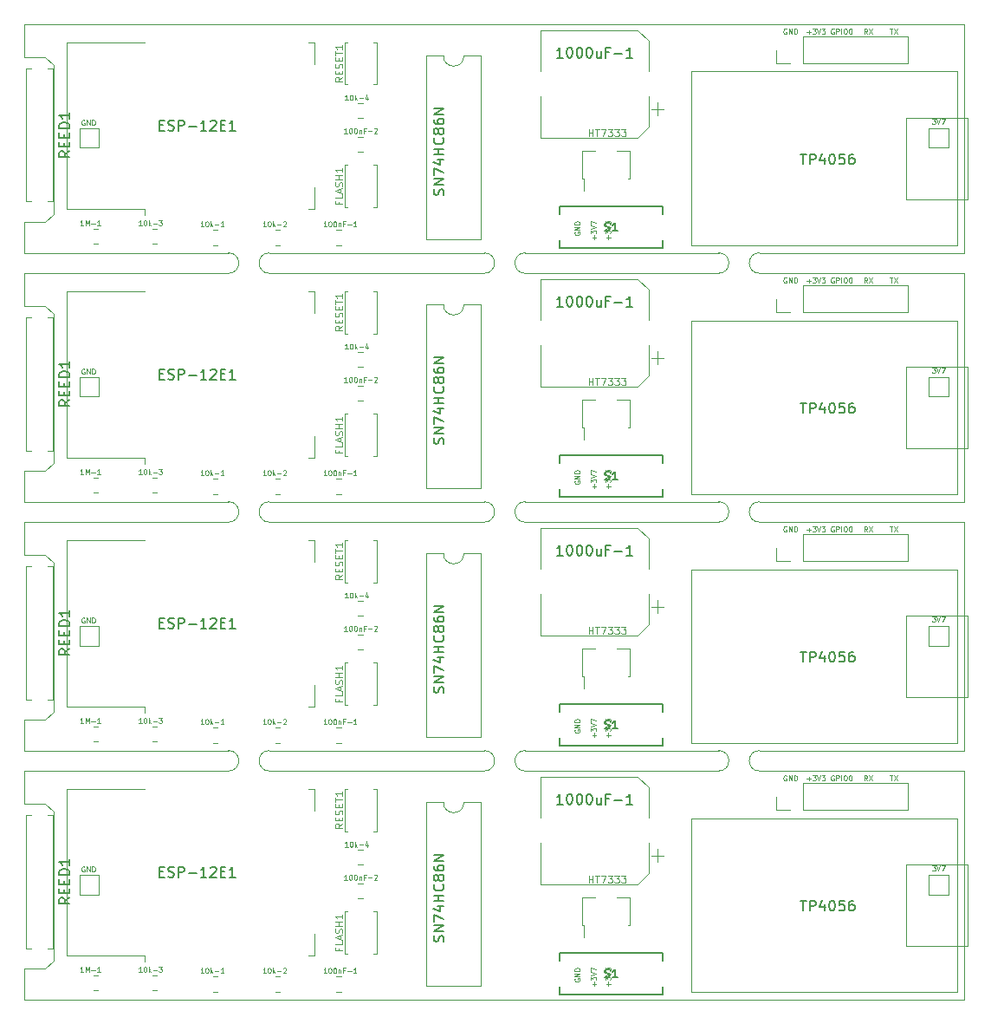
<source format=gbr>
%TF.GenerationSoftware,KiCad,Pcbnew,5.1.12-84ad8e8a86~92~ubuntu18.04.1*%
%TF.CreationDate,2021-11-12T09:30:33+01:00*%
%TF.ProjectId,window-sensor,77696e64-6f77-42d7-9365-6e736f722e6b,rev?*%
%TF.SameCoordinates,PX5dd7700PY8ec3da0*%
%TF.FileFunction,Legend,Top*%
%TF.FilePolarity,Positive*%
%FSLAX46Y46*%
G04 Gerber Fmt 4.6, Leading zero omitted, Abs format (unit mm)*
G04 Created by KiCad (PCBNEW 5.1.12-84ad8e8a86~92~ubuntu18.04.1) date 2021-11-12 09:30:33*
%MOMM*%
%LPD*%
G01*
G04 APERTURE LIST*
%TA.AperFunction,Profile*%
%ADD10C,0.050000*%
%TD*%
%ADD11C,0.100000*%
%ADD12C,0.150000*%
%ADD13C,0.127000*%
%ADD14C,0.120000*%
G04 APERTURE END LIST*
D10*
X74900000Y1800000D02*
X78900000Y1800000D01*
X52000000Y1800000D02*
X56000000Y1800000D01*
X27000000Y1800000D02*
X31000000Y1800000D01*
X74900000Y97000000D02*
X78900000Y97000000D01*
X52000000Y97000000D02*
X56000000Y97000000D01*
X27000000Y97000000D02*
X31000000Y97000000D01*
X9100000Y20900000D02*
X9900000Y20100000D01*
X9100000Y45200000D02*
X9900000Y44400000D01*
X9100000Y69500000D02*
X9900000Y68700000D01*
D11*
X89416666Y23173810D02*
X89250000Y23411905D01*
X89130952Y23173810D02*
X89130952Y23673810D01*
X89321428Y23673810D01*
X89369047Y23650000D01*
X89392857Y23626191D01*
X89416666Y23578572D01*
X89416666Y23507143D01*
X89392857Y23459524D01*
X89369047Y23435715D01*
X89321428Y23411905D01*
X89130952Y23411905D01*
X89583333Y23673810D02*
X89916666Y23173810D01*
X89916666Y23673810D02*
X89583333Y23173810D01*
X89416666Y47473810D02*
X89250000Y47711905D01*
X89130952Y47473810D02*
X89130952Y47973810D01*
X89321428Y47973810D01*
X89369047Y47950000D01*
X89392857Y47926191D01*
X89416666Y47878572D01*
X89416666Y47807143D01*
X89392857Y47759524D01*
X89369047Y47735715D01*
X89321428Y47711905D01*
X89130952Y47711905D01*
X89583333Y47973810D02*
X89916666Y47473810D01*
X89916666Y47973810D02*
X89583333Y47473810D01*
X89416666Y71773810D02*
X89250000Y72011905D01*
X89130952Y71773810D02*
X89130952Y72273810D01*
X89321428Y72273810D01*
X89369047Y72250000D01*
X89392857Y72226191D01*
X89416666Y72178572D01*
X89416666Y72107143D01*
X89392857Y72059524D01*
X89369047Y72035715D01*
X89321428Y72011905D01*
X89130952Y72011905D01*
X89583333Y72273810D02*
X89916666Y71773810D01*
X89916666Y72273810D02*
X89583333Y71773810D01*
D10*
X27000000Y26100000D02*
G75*
G02*
X27000000Y24100000I0J-1000000D01*
G01*
X27000000Y50400000D02*
G75*
G02*
X27000000Y48400000I0J-1000000D01*
G01*
X52000000Y26100000D02*
G75*
G02*
X52000000Y24100000I0J-1000000D01*
G01*
X52000000Y50400000D02*
G75*
G02*
X52000000Y48400000I0J-1000000D01*
G01*
X78900000Y24100000D02*
G75*
G02*
X78900000Y26100000I0J1000000D01*
G01*
X78900000Y48400000D02*
G75*
G02*
X78900000Y50400000I0J1000000D01*
G01*
X56000000Y1800000D02*
X74900000Y1800000D01*
X56000000Y26100000D02*
X74900000Y26100000D01*
X56000000Y50400000D02*
X74900000Y50400000D01*
X7000000Y4800000D02*
X7000000Y1800000D01*
X7000000Y29100000D02*
X7000000Y26100000D01*
X7000000Y53400000D02*
X7000000Y50400000D01*
D12*
X48004761Y7438096D02*
X48052380Y7580953D01*
X48052380Y7819048D01*
X48004761Y7914286D01*
X47957142Y7961905D01*
X47861904Y8009524D01*
X47766666Y8009524D01*
X47671428Y7961905D01*
X47623809Y7914286D01*
X47576190Y7819048D01*
X47528571Y7628572D01*
X47480952Y7533334D01*
X47433333Y7485715D01*
X47338095Y7438096D01*
X47242857Y7438096D01*
X47147619Y7485715D01*
X47100000Y7533334D01*
X47052380Y7628572D01*
X47052380Y7866667D01*
X47100000Y8009524D01*
X48052380Y8438096D02*
X47052380Y8438096D01*
X48052380Y9009524D01*
X47052380Y9009524D01*
X47052380Y9390477D02*
X47052380Y10057143D01*
X48052380Y9628572D01*
X47385714Y10866667D02*
X48052380Y10866667D01*
X47004761Y10628572D02*
X47719047Y10390477D01*
X47719047Y11009524D01*
X48052380Y11390477D02*
X47052380Y11390477D01*
X47528571Y11390477D02*
X47528571Y11961905D01*
X48052380Y11961905D02*
X47052380Y11961905D01*
X47957142Y13009524D02*
X48004761Y12961905D01*
X48052380Y12819048D01*
X48052380Y12723810D01*
X48004761Y12580953D01*
X47909523Y12485715D01*
X47814285Y12438096D01*
X47623809Y12390477D01*
X47480952Y12390477D01*
X47290476Y12438096D01*
X47195238Y12485715D01*
X47100000Y12580953D01*
X47052380Y12723810D01*
X47052380Y12819048D01*
X47100000Y12961905D01*
X47147619Y13009524D01*
X47480952Y13580953D02*
X47433333Y13485715D01*
X47385714Y13438096D01*
X47290476Y13390477D01*
X47242857Y13390477D01*
X47147619Y13438096D01*
X47100000Y13485715D01*
X47052380Y13580953D01*
X47052380Y13771429D01*
X47100000Y13866667D01*
X47147619Y13914286D01*
X47242857Y13961905D01*
X47290476Y13961905D01*
X47385714Y13914286D01*
X47433333Y13866667D01*
X47480952Y13771429D01*
X47480952Y13580953D01*
X47528571Y13485715D01*
X47576190Y13438096D01*
X47671428Y13390477D01*
X47861904Y13390477D01*
X47957142Y13438096D01*
X48004761Y13485715D01*
X48052380Y13580953D01*
X48052380Y13771429D01*
X48004761Y13866667D01*
X47957142Y13914286D01*
X47861904Y13961905D01*
X47671428Y13961905D01*
X47576190Y13914286D01*
X47528571Y13866667D01*
X47480952Y13771429D01*
X47052380Y14819048D02*
X47052380Y14628572D01*
X47100000Y14533334D01*
X47147619Y14485715D01*
X47290476Y14390477D01*
X47480952Y14342858D01*
X47861904Y14342858D01*
X47957142Y14390477D01*
X48004761Y14438096D01*
X48052380Y14533334D01*
X48052380Y14723810D01*
X48004761Y14819048D01*
X47957142Y14866667D01*
X47861904Y14914286D01*
X47623809Y14914286D01*
X47528571Y14866667D01*
X47480952Y14819048D01*
X47433333Y14723810D01*
X47433333Y14533334D01*
X47480952Y14438096D01*
X47528571Y14390477D01*
X47623809Y14342858D01*
X48052380Y15342858D02*
X47052380Y15342858D01*
X48052380Y15914286D01*
X47052380Y15914286D01*
X48004761Y31738096D02*
X48052380Y31880953D01*
X48052380Y32119048D01*
X48004761Y32214286D01*
X47957142Y32261905D01*
X47861904Y32309524D01*
X47766666Y32309524D01*
X47671428Y32261905D01*
X47623809Y32214286D01*
X47576190Y32119048D01*
X47528571Y31928572D01*
X47480952Y31833334D01*
X47433333Y31785715D01*
X47338095Y31738096D01*
X47242857Y31738096D01*
X47147619Y31785715D01*
X47100000Y31833334D01*
X47052380Y31928572D01*
X47052380Y32166667D01*
X47100000Y32309524D01*
X48052380Y32738096D02*
X47052380Y32738096D01*
X48052380Y33309524D01*
X47052380Y33309524D01*
X47052380Y33690477D02*
X47052380Y34357143D01*
X48052380Y33928572D01*
X47385714Y35166667D02*
X48052380Y35166667D01*
X47004761Y34928572D02*
X47719047Y34690477D01*
X47719047Y35309524D01*
X48052380Y35690477D02*
X47052380Y35690477D01*
X47528571Y35690477D02*
X47528571Y36261905D01*
X48052380Y36261905D02*
X47052380Y36261905D01*
X47957142Y37309524D02*
X48004761Y37261905D01*
X48052380Y37119048D01*
X48052380Y37023810D01*
X48004761Y36880953D01*
X47909523Y36785715D01*
X47814285Y36738096D01*
X47623809Y36690477D01*
X47480952Y36690477D01*
X47290476Y36738096D01*
X47195238Y36785715D01*
X47100000Y36880953D01*
X47052380Y37023810D01*
X47052380Y37119048D01*
X47100000Y37261905D01*
X47147619Y37309524D01*
X47480952Y37880953D02*
X47433333Y37785715D01*
X47385714Y37738096D01*
X47290476Y37690477D01*
X47242857Y37690477D01*
X47147619Y37738096D01*
X47100000Y37785715D01*
X47052380Y37880953D01*
X47052380Y38071429D01*
X47100000Y38166667D01*
X47147619Y38214286D01*
X47242857Y38261905D01*
X47290476Y38261905D01*
X47385714Y38214286D01*
X47433333Y38166667D01*
X47480952Y38071429D01*
X47480952Y37880953D01*
X47528571Y37785715D01*
X47576190Y37738096D01*
X47671428Y37690477D01*
X47861904Y37690477D01*
X47957142Y37738096D01*
X48004761Y37785715D01*
X48052380Y37880953D01*
X48052380Y38071429D01*
X48004761Y38166667D01*
X47957142Y38214286D01*
X47861904Y38261905D01*
X47671428Y38261905D01*
X47576190Y38214286D01*
X47528571Y38166667D01*
X47480952Y38071429D01*
X47052380Y39119048D02*
X47052380Y38928572D01*
X47100000Y38833334D01*
X47147619Y38785715D01*
X47290476Y38690477D01*
X47480952Y38642858D01*
X47861904Y38642858D01*
X47957142Y38690477D01*
X48004761Y38738096D01*
X48052380Y38833334D01*
X48052380Y39023810D01*
X48004761Y39119048D01*
X47957142Y39166667D01*
X47861904Y39214286D01*
X47623809Y39214286D01*
X47528571Y39166667D01*
X47480952Y39119048D01*
X47433333Y39023810D01*
X47433333Y38833334D01*
X47480952Y38738096D01*
X47528571Y38690477D01*
X47623809Y38642858D01*
X48052380Y39642858D02*
X47052380Y39642858D01*
X48052380Y40214286D01*
X47052380Y40214286D01*
X48004761Y56038096D02*
X48052380Y56180953D01*
X48052380Y56419048D01*
X48004761Y56514286D01*
X47957142Y56561905D01*
X47861904Y56609524D01*
X47766666Y56609524D01*
X47671428Y56561905D01*
X47623809Y56514286D01*
X47576190Y56419048D01*
X47528571Y56228572D01*
X47480952Y56133334D01*
X47433333Y56085715D01*
X47338095Y56038096D01*
X47242857Y56038096D01*
X47147619Y56085715D01*
X47100000Y56133334D01*
X47052380Y56228572D01*
X47052380Y56466667D01*
X47100000Y56609524D01*
X48052380Y57038096D02*
X47052380Y57038096D01*
X48052380Y57609524D01*
X47052380Y57609524D01*
X47052380Y57990477D02*
X47052380Y58657143D01*
X48052380Y58228572D01*
X47385714Y59466667D02*
X48052380Y59466667D01*
X47004761Y59228572D02*
X47719047Y58990477D01*
X47719047Y59609524D01*
X48052380Y59990477D02*
X47052380Y59990477D01*
X47528571Y59990477D02*
X47528571Y60561905D01*
X48052380Y60561905D02*
X47052380Y60561905D01*
X47957142Y61609524D02*
X48004761Y61561905D01*
X48052380Y61419048D01*
X48052380Y61323810D01*
X48004761Y61180953D01*
X47909523Y61085715D01*
X47814285Y61038096D01*
X47623809Y60990477D01*
X47480952Y60990477D01*
X47290476Y61038096D01*
X47195238Y61085715D01*
X47100000Y61180953D01*
X47052380Y61323810D01*
X47052380Y61419048D01*
X47100000Y61561905D01*
X47147619Y61609524D01*
X47480952Y62180953D02*
X47433333Y62085715D01*
X47385714Y62038096D01*
X47290476Y61990477D01*
X47242857Y61990477D01*
X47147619Y62038096D01*
X47100000Y62085715D01*
X47052380Y62180953D01*
X47052380Y62371429D01*
X47100000Y62466667D01*
X47147619Y62514286D01*
X47242857Y62561905D01*
X47290476Y62561905D01*
X47385714Y62514286D01*
X47433333Y62466667D01*
X47480952Y62371429D01*
X47480952Y62180953D01*
X47528571Y62085715D01*
X47576190Y62038096D01*
X47671428Y61990477D01*
X47861904Y61990477D01*
X47957142Y62038096D01*
X48004761Y62085715D01*
X48052380Y62180953D01*
X48052380Y62371429D01*
X48004761Y62466667D01*
X47957142Y62514286D01*
X47861904Y62561905D01*
X47671428Y62561905D01*
X47576190Y62514286D01*
X47528571Y62466667D01*
X47480952Y62371429D01*
X47052380Y63419048D02*
X47052380Y63228572D01*
X47100000Y63133334D01*
X47147619Y63085715D01*
X47290476Y62990477D01*
X47480952Y62942858D01*
X47861904Y62942858D01*
X47957142Y62990477D01*
X48004761Y63038096D01*
X48052380Y63133334D01*
X48052380Y63323810D01*
X48004761Y63419048D01*
X47957142Y63466667D01*
X47861904Y63514286D01*
X47623809Y63514286D01*
X47528571Y63466667D01*
X47480952Y63419048D01*
X47433333Y63323810D01*
X47433333Y63133334D01*
X47480952Y63038096D01*
X47528571Y62990477D01*
X47623809Y62942858D01*
X48052380Y63942858D02*
X47052380Y63942858D01*
X48052380Y64514286D01*
X47052380Y64514286D01*
D10*
X74900000Y26100000D02*
G75*
G02*
X74900000Y24100000I0J-1000000D01*
G01*
X74900000Y50400000D02*
G75*
G02*
X74900000Y48400000I0J-1000000D01*
G01*
X56000000Y24100000D02*
G75*
G02*
X56000000Y26100000I0J1000000D01*
G01*
X56000000Y48400000D02*
G75*
G02*
X56000000Y50400000I0J1000000D01*
G01*
X31000000Y1800000D02*
X52000000Y1800000D01*
X31000000Y26100000D02*
X52000000Y26100000D01*
X31000000Y50400000D02*
X52000000Y50400000D01*
D11*
X62735714Y3119048D02*
X62735714Y3500000D01*
X62926190Y3309524D02*
X62545238Y3309524D01*
X62426190Y3690477D02*
X62426190Y4000000D01*
X62616666Y3833334D01*
X62616666Y3904762D01*
X62640476Y3952381D01*
X62664285Y3976191D01*
X62711904Y4000000D01*
X62830952Y4000000D01*
X62878571Y3976191D01*
X62902380Y3952381D01*
X62926190Y3904762D01*
X62926190Y3761905D01*
X62902380Y3714286D01*
X62878571Y3690477D01*
X62426190Y4142858D02*
X62926190Y4309524D01*
X62426190Y4476191D01*
X62426190Y4595239D02*
X62426190Y4928572D01*
X62926190Y4714286D01*
X62735714Y27419048D02*
X62735714Y27800000D01*
X62926190Y27609524D02*
X62545238Y27609524D01*
X62426190Y27990477D02*
X62426190Y28300000D01*
X62616666Y28133334D01*
X62616666Y28204762D01*
X62640476Y28252381D01*
X62664285Y28276191D01*
X62711904Y28300000D01*
X62830952Y28300000D01*
X62878571Y28276191D01*
X62902380Y28252381D01*
X62926190Y28204762D01*
X62926190Y28061905D01*
X62902380Y28014286D01*
X62878571Y27990477D01*
X62426190Y28442858D02*
X62926190Y28609524D01*
X62426190Y28776191D01*
X62426190Y28895239D02*
X62426190Y29228572D01*
X62926190Y29014286D01*
X62735714Y51719048D02*
X62735714Y52100000D01*
X62926190Y51909524D02*
X62545238Y51909524D01*
X62426190Y52290477D02*
X62426190Y52600000D01*
X62616666Y52433334D01*
X62616666Y52504762D01*
X62640476Y52552381D01*
X62664285Y52576191D01*
X62711904Y52600000D01*
X62830952Y52600000D01*
X62878571Y52576191D01*
X62902380Y52552381D01*
X62926190Y52504762D01*
X62926190Y52361905D01*
X62902380Y52314286D01*
X62878571Y52290477D01*
X62426190Y52742858D02*
X62926190Y52909524D01*
X62426190Y53076191D01*
X62426190Y53195239D02*
X62426190Y53528572D01*
X62926190Y53314286D01*
X86161904Y23650000D02*
X86114285Y23673810D01*
X86042857Y23673810D01*
X85971428Y23650000D01*
X85923809Y23602381D01*
X85900000Y23554762D01*
X85876190Y23459524D01*
X85876190Y23388096D01*
X85900000Y23292858D01*
X85923809Y23245239D01*
X85971428Y23197620D01*
X86042857Y23173810D01*
X86090476Y23173810D01*
X86161904Y23197620D01*
X86185714Y23221429D01*
X86185714Y23388096D01*
X86090476Y23388096D01*
X86400000Y23173810D02*
X86400000Y23673810D01*
X86590476Y23673810D01*
X86638095Y23650000D01*
X86661904Y23626191D01*
X86685714Y23578572D01*
X86685714Y23507143D01*
X86661904Y23459524D01*
X86638095Y23435715D01*
X86590476Y23411905D01*
X86400000Y23411905D01*
X86900000Y23173810D02*
X86900000Y23673810D01*
X87233333Y23673810D02*
X87328571Y23673810D01*
X87376190Y23650000D01*
X87423809Y23602381D01*
X87447619Y23507143D01*
X87447619Y23340477D01*
X87423809Y23245239D01*
X87376190Y23197620D01*
X87328571Y23173810D01*
X87233333Y23173810D01*
X87185714Y23197620D01*
X87138095Y23245239D01*
X87114285Y23340477D01*
X87114285Y23507143D01*
X87138095Y23602381D01*
X87185714Y23650000D01*
X87233333Y23673810D01*
X87757142Y23673810D02*
X87804761Y23673810D01*
X87852380Y23650000D01*
X87876190Y23626191D01*
X87900000Y23578572D01*
X87923809Y23483334D01*
X87923809Y23364286D01*
X87900000Y23269048D01*
X87876190Y23221429D01*
X87852380Y23197620D01*
X87804761Y23173810D01*
X87757142Y23173810D01*
X87709523Y23197620D01*
X87685714Y23221429D01*
X87661904Y23269048D01*
X87638095Y23364286D01*
X87638095Y23483334D01*
X87661904Y23578572D01*
X87685714Y23626191D01*
X87709523Y23650000D01*
X87757142Y23673810D01*
X86161904Y47950000D02*
X86114285Y47973810D01*
X86042857Y47973810D01*
X85971428Y47950000D01*
X85923809Y47902381D01*
X85900000Y47854762D01*
X85876190Y47759524D01*
X85876190Y47688096D01*
X85900000Y47592858D01*
X85923809Y47545239D01*
X85971428Y47497620D01*
X86042857Y47473810D01*
X86090476Y47473810D01*
X86161904Y47497620D01*
X86185714Y47521429D01*
X86185714Y47688096D01*
X86090476Y47688096D01*
X86400000Y47473810D02*
X86400000Y47973810D01*
X86590476Y47973810D01*
X86638095Y47950000D01*
X86661904Y47926191D01*
X86685714Y47878572D01*
X86685714Y47807143D01*
X86661904Y47759524D01*
X86638095Y47735715D01*
X86590476Y47711905D01*
X86400000Y47711905D01*
X86900000Y47473810D02*
X86900000Y47973810D01*
X87233333Y47973810D02*
X87328571Y47973810D01*
X87376190Y47950000D01*
X87423809Y47902381D01*
X87447619Y47807143D01*
X87447619Y47640477D01*
X87423809Y47545239D01*
X87376190Y47497620D01*
X87328571Y47473810D01*
X87233333Y47473810D01*
X87185714Y47497620D01*
X87138095Y47545239D01*
X87114285Y47640477D01*
X87114285Y47807143D01*
X87138095Y47902381D01*
X87185714Y47950000D01*
X87233333Y47973810D01*
X87757142Y47973810D02*
X87804761Y47973810D01*
X87852380Y47950000D01*
X87876190Y47926191D01*
X87900000Y47878572D01*
X87923809Y47783334D01*
X87923809Y47664286D01*
X87900000Y47569048D01*
X87876190Y47521429D01*
X87852380Y47497620D01*
X87804761Y47473810D01*
X87757142Y47473810D01*
X87709523Y47497620D01*
X87685714Y47521429D01*
X87661904Y47569048D01*
X87638095Y47664286D01*
X87638095Y47783334D01*
X87661904Y47878572D01*
X87685714Y47926191D01*
X87709523Y47950000D01*
X87757142Y47973810D01*
X86161904Y72250000D02*
X86114285Y72273810D01*
X86042857Y72273810D01*
X85971428Y72250000D01*
X85923809Y72202381D01*
X85900000Y72154762D01*
X85876190Y72059524D01*
X85876190Y71988096D01*
X85900000Y71892858D01*
X85923809Y71845239D01*
X85971428Y71797620D01*
X86042857Y71773810D01*
X86090476Y71773810D01*
X86161904Y71797620D01*
X86185714Y71821429D01*
X86185714Y71988096D01*
X86090476Y71988096D01*
X86400000Y71773810D02*
X86400000Y72273810D01*
X86590476Y72273810D01*
X86638095Y72250000D01*
X86661904Y72226191D01*
X86685714Y72178572D01*
X86685714Y72107143D01*
X86661904Y72059524D01*
X86638095Y72035715D01*
X86590476Y72011905D01*
X86400000Y72011905D01*
X86900000Y71773810D02*
X86900000Y72273810D01*
X87233333Y72273810D02*
X87328571Y72273810D01*
X87376190Y72250000D01*
X87423809Y72202381D01*
X87447619Y72107143D01*
X87447619Y71940477D01*
X87423809Y71845239D01*
X87376190Y71797620D01*
X87328571Y71773810D01*
X87233333Y71773810D01*
X87185714Y71797620D01*
X87138095Y71845239D01*
X87114285Y71940477D01*
X87114285Y72107143D01*
X87138095Y72202381D01*
X87185714Y72250000D01*
X87233333Y72273810D01*
X87757142Y72273810D02*
X87804761Y72273810D01*
X87852380Y72250000D01*
X87876190Y72226191D01*
X87900000Y72178572D01*
X87923809Y72083334D01*
X87923809Y71964286D01*
X87900000Y71869048D01*
X87876190Y71821429D01*
X87852380Y71797620D01*
X87804761Y71773810D01*
X87757142Y71773810D01*
X87709523Y71797620D01*
X87685714Y71821429D01*
X87661904Y71869048D01*
X87638095Y71964286D01*
X87638095Y72083334D01*
X87661904Y72178572D01*
X87685714Y72226191D01*
X87709523Y72250000D01*
X87757142Y72273810D01*
X83519047Y23364286D02*
X83900000Y23364286D01*
X83709523Y23173810D02*
X83709523Y23554762D01*
X84090476Y23673810D02*
X84400000Y23673810D01*
X84233333Y23483334D01*
X84304761Y23483334D01*
X84352380Y23459524D01*
X84376190Y23435715D01*
X84400000Y23388096D01*
X84400000Y23269048D01*
X84376190Y23221429D01*
X84352380Y23197620D01*
X84304761Y23173810D01*
X84161904Y23173810D01*
X84114285Y23197620D01*
X84090476Y23221429D01*
X84542857Y23673810D02*
X84709523Y23173810D01*
X84876190Y23673810D01*
X84995238Y23673810D02*
X85304761Y23673810D01*
X85138095Y23483334D01*
X85209523Y23483334D01*
X85257142Y23459524D01*
X85280952Y23435715D01*
X85304761Y23388096D01*
X85304761Y23269048D01*
X85280952Y23221429D01*
X85257142Y23197620D01*
X85209523Y23173810D01*
X85066666Y23173810D01*
X85019047Y23197620D01*
X84995238Y23221429D01*
X83519047Y47664286D02*
X83900000Y47664286D01*
X83709523Y47473810D02*
X83709523Y47854762D01*
X84090476Y47973810D02*
X84400000Y47973810D01*
X84233333Y47783334D01*
X84304761Y47783334D01*
X84352380Y47759524D01*
X84376190Y47735715D01*
X84400000Y47688096D01*
X84400000Y47569048D01*
X84376190Y47521429D01*
X84352380Y47497620D01*
X84304761Y47473810D01*
X84161904Y47473810D01*
X84114285Y47497620D01*
X84090476Y47521429D01*
X84542857Y47973810D02*
X84709523Y47473810D01*
X84876190Y47973810D01*
X84995238Y47973810D02*
X85304761Y47973810D01*
X85138095Y47783334D01*
X85209523Y47783334D01*
X85257142Y47759524D01*
X85280952Y47735715D01*
X85304761Y47688096D01*
X85304761Y47569048D01*
X85280952Y47521429D01*
X85257142Y47497620D01*
X85209523Y47473810D01*
X85066666Y47473810D01*
X85019047Y47497620D01*
X84995238Y47521429D01*
X83519047Y71964286D02*
X83900000Y71964286D01*
X83709523Y71773810D02*
X83709523Y72154762D01*
X84090476Y72273810D02*
X84400000Y72273810D01*
X84233333Y72083334D01*
X84304761Y72083334D01*
X84352380Y72059524D01*
X84376190Y72035715D01*
X84400000Y71988096D01*
X84400000Y71869048D01*
X84376190Y71821429D01*
X84352380Y71797620D01*
X84304761Y71773810D01*
X84161904Y71773810D01*
X84114285Y71797620D01*
X84090476Y71821429D01*
X84542857Y72273810D02*
X84709523Y71773810D01*
X84876190Y72273810D01*
X84995238Y72273810D02*
X85304761Y72273810D01*
X85138095Y72083334D01*
X85209523Y72083334D01*
X85257142Y72059524D01*
X85280952Y72035715D01*
X85304761Y71988096D01*
X85304761Y71869048D01*
X85280952Y71821429D01*
X85257142Y71797620D01*
X85209523Y71773810D01*
X85066666Y71773810D01*
X85019047Y71797620D01*
X84995238Y71821429D01*
D10*
X9100000Y4800000D02*
X9900000Y5600000D01*
X9100000Y29100000D02*
X9900000Y29900000D01*
X9100000Y53400000D02*
X9900000Y54200000D01*
D11*
X64135714Y3119048D02*
X64135714Y3500000D01*
X64326190Y3309524D02*
X63945238Y3309524D01*
X63826190Y3690477D02*
X63826190Y4000000D01*
X64016666Y3833334D01*
X64016666Y3904762D01*
X64040476Y3952381D01*
X64064285Y3976191D01*
X64111904Y4000000D01*
X64230952Y4000000D01*
X64278571Y3976191D01*
X64302380Y3952381D01*
X64326190Y3904762D01*
X64326190Y3761905D01*
X64302380Y3714286D01*
X64278571Y3690477D01*
X63826190Y4142858D02*
X64326190Y4309524D01*
X63826190Y4476191D01*
X63826190Y4595239D02*
X63826190Y4904762D01*
X64016666Y4738096D01*
X64016666Y4809524D01*
X64040476Y4857143D01*
X64064285Y4880953D01*
X64111904Y4904762D01*
X64230952Y4904762D01*
X64278571Y4880953D01*
X64302380Y4857143D01*
X64326190Y4809524D01*
X64326190Y4666667D01*
X64302380Y4619048D01*
X64278571Y4595239D01*
X64135714Y27419048D02*
X64135714Y27800000D01*
X64326190Y27609524D02*
X63945238Y27609524D01*
X63826190Y27990477D02*
X63826190Y28300000D01*
X64016666Y28133334D01*
X64016666Y28204762D01*
X64040476Y28252381D01*
X64064285Y28276191D01*
X64111904Y28300000D01*
X64230952Y28300000D01*
X64278571Y28276191D01*
X64302380Y28252381D01*
X64326190Y28204762D01*
X64326190Y28061905D01*
X64302380Y28014286D01*
X64278571Y27990477D01*
X63826190Y28442858D02*
X64326190Y28609524D01*
X63826190Y28776191D01*
X63826190Y28895239D02*
X63826190Y29204762D01*
X64016666Y29038096D01*
X64016666Y29109524D01*
X64040476Y29157143D01*
X64064285Y29180953D01*
X64111904Y29204762D01*
X64230952Y29204762D01*
X64278571Y29180953D01*
X64302380Y29157143D01*
X64326190Y29109524D01*
X64326190Y28966667D01*
X64302380Y28919048D01*
X64278571Y28895239D01*
X64135714Y51719048D02*
X64135714Y52100000D01*
X64326190Y51909524D02*
X63945238Y51909524D01*
X63826190Y52290477D02*
X63826190Y52600000D01*
X64016666Y52433334D01*
X64016666Y52504762D01*
X64040476Y52552381D01*
X64064285Y52576191D01*
X64111904Y52600000D01*
X64230952Y52600000D01*
X64278571Y52576191D01*
X64302380Y52552381D01*
X64326190Y52504762D01*
X64326190Y52361905D01*
X64302380Y52314286D01*
X64278571Y52290477D01*
X63826190Y52742858D02*
X64326190Y52909524D01*
X63826190Y53076191D01*
X63826190Y53195239D02*
X63826190Y53504762D01*
X64016666Y53338096D01*
X64016666Y53409524D01*
X64040476Y53457143D01*
X64064285Y53480953D01*
X64111904Y53504762D01*
X64230952Y53504762D01*
X64278571Y53480953D01*
X64302380Y53457143D01*
X64326190Y53409524D01*
X64326190Y53266667D01*
X64302380Y53219048D01*
X64278571Y53195239D01*
X60850000Y3819048D02*
X60826190Y3771429D01*
X60826190Y3700000D01*
X60850000Y3628572D01*
X60897619Y3580953D01*
X60945238Y3557143D01*
X61040476Y3533334D01*
X61111904Y3533334D01*
X61207142Y3557143D01*
X61254761Y3580953D01*
X61302380Y3628572D01*
X61326190Y3700000D01*
X61326190Y3747620D01*
X61302380Y3819048D01*
X61278571Y3842858D01*
X61111904Y3842858D01*
X61111904Y3747620D01*
X61326190Y4057143D02*
X60826190Y4057143D01*
X61326190Y4342858D01*
X60826190Y4342858D01*
X61326190Y4580953D02*
X60826190Y4580953D01*
X60826190Y4700000D01*
X60850000Y4771429D01*
X60897619Y4819048D01*
X60945238Y4842858D01*
X61040476Y4866667D01*
X61111904Y4866667D01*
X61207142Y4842858D01*
X61254761Y4819048D01*
X61302380Y4771429D01*
X61326190Y4700000D01*
X61326190Y4580953D01*
X60850000Y28119048D02*
X60826190Y28071429D01*
X60826190Y28000000D01*
X60850000Y27928572D01*
X60897619Y27880953D01*
X60945238Y27857143D01*
X61040476Y27833334D01*
X61111904Y27833334D01*
X61207142Y27857143D01*
X61254761Y27880953D01*
X61302380Y27928572D01*
X61326190Y28000000D01*
X61326190Y28047620D01*
X61302380Y28119048D01*
X61278571Y28142858D01*
X61111904Y28142858D01*
X61111904Y28047620D01*
X61326190Y28357143D02*
X60826190Y28357143D01*
X61326190Y28642858D01*
X60826190Y28642858D01*
X61326190Y28880953D02*
X60826190Y28880953D01*
X60826190Y29000000D01*
X60850000Y29071429D01*
X60897619Y29119048D01*
X60945238Y29142858D01*
X61040476Y29166667D01*
X61111904Y29166667D01*
X61207142Y29142858D01*
X61254761Y29119048D01*
X61302380Y29071429D01*
X61326190Y29000000D01*
X61326190Y28880953D01*
X60850000Y52419048D02*
X60826190Y52371429D01*
X60826190Y52300000D01*
X60850000Y52228572D01*
X60897619Y52180953D01*
X60945238Y52157143D01*
X61040476Y52133334D01*
X61111904Y52133334D01*
X61207142Y52157143D01*
X61254761Y52180953D01*
X61302380Y52228572D01*
X61326190Y52300000D01*
X61326190Y52347620D01*
X61302380Y52419048D01*
X61278571Y52442858D01*
X61111904Y52442858D01*
X61111904Y52347620D01*
X61326190Y52657143D02*
X60826190Y52657143D01*
X61326190Y52942858D01*
X60826190Y52942858D01*
X61326190Y53180953D02*
X60826190Y53180953D01*
X60826190Y53300000D01*
X60850000Y53371429D01*
X60897619Y53419048D01*
X60945238Y53442858D01*
X61040476Y53466667D01*
X61111904Y53466667D01*
X61207142Y53442858D01*
X61254761Y53419048D01*
X61302380Y53371429D01*
X61326190Y53300000D01*
X61326190Y53180953D01*
D10*
X31000000Y24100000D02*
X52000000Y24100000D01*
X31000000Y48400000D02*
X52000000Y48400000D01*
X31000000Y72700000D02*
X52000000Y72700000D01*
D11*
X91619047Y23673810D02*
X91904761Y23673810D01*
X91761904Y23173810D02*
X91761904Y23673810D01*
X92023809Y23673810D02*
X92357142Y23173810D01*
X92357142Y23673810D02*
X92023809Y23173810D01*
X91619047Y47973810D02*
X91904761Y47973810D01*
X91761904Y47473810D02*
X91761904Y47973810D01*
X92023809Y47973810D02*
X92357142Y47473810D01*
X92357142Y47973810D02*
X92023809Y47473810D01*
X91619047Y72273810D02*
X91904761Y72273810D01*
X91761904Y71773810D02*
X91761904Y72273810D01*
X92023809Y72273810D02*
X92357142Y71773810D01*
X92357142Y72273810D02*
X92023809Y71773810D01*
D10*
X9900000Y20100000D02*
X9900000Y5600000D01*
X9900000Y44400000D02*
X9900000Y29900000D01*
X9900000Y68700000D02*
X9900000Y54200000D01*
D11*
X81519047Y23650000D02*
X81471428Y23673810D01*
X81400000Y23673810D01*
X81328571Y23650000D01*
X81280952Y23602381D01*
X81257142Y23554762D01*
X81233333Y23459524D01*
X81233333Y23388096D01*
X81257142Y23292858D01*
X81280952Y23245239D01*
X81328571Y23197620D01*
X81400000Y23173810D01*
X81447619Y23173810D01*
X81519047Y23197620D01*
X81542857Y23221429D01*
X81542857Y23388096D01*
X81447619Y23388096D01*
X81757142Y23173810D02*
X81757142Y23673810D01*
X82042857Y23173810D01*
X82042857Y23673810D01*
X82280952Y23173810D02*
X82280952Y23673810D01*
X82400000Y23673810D01*
X82471428Y23650000D01*
X82519047Y23602381D01*
X82542857Y23554762D01*
X82566666Y23459524D01*
X82566666Y23388096D01*
X82542857Y23292858D01*
X82519047Y23245239D01*
X82471428Y23197620D01*
X82400000Y23173810D01*
X82280952Y23173810D01*
X81519047Y47950000D02*
X81471428Y47973810D01*
X81400000Y47973810D01*
X81328571Y47950000D01*
X81280952Y47902381D01*
X81257142Y47854762D01*
X81233333Y47759524D01*
X81233333Y47688096D01*
X81257142Y47592858D01*
X81280952Y47545239D01*
X81328571Y47497620D01*
X81400000Y47473810D01*
X81447619Y47473810D01*
X81519047Y47497620D01*
X81542857Y47521429D01*
X81542857Y47688096D01*
X81447619Y47688096D01*
X81757142Y47473810D02*
X81757142Y47973810D01*
X82042857Y47473810D01*
X82042857Y47973810D01*
X82280952Y47473810D02*
X82280952Y47973810D01*
X82400000Y47973810D01*
X82471428Y47950000D01*
X82519047Y47902381D01*
X82542857Y47854762D01*
X82566666Y47759524D01*
X82566666Y47688096D01*
X82542857Y47592858D01*
X82519047Y47545239D01*
X82471428Y47497620D01*
X82400000Y47473810D01*
X82280952Y47473810D01*
X81519047Y72250000D02*
X81471428Y72273810D01*
X81400000Y72273810D01*
X81328571Y72250000D01*
X81280952Y72202381D01*
X81257142Y72154762D01*
X81233333Y72059524D01*
X81233333Y71988096D01*
X81257142Y71892858D01*
X81280952Y71845239D01*
X81328571Y71797620D01*
X81400000Y71773810D01*
X81447619Y71773810D01*
X81519047Y71797620D01*
X81542857Y71821429D01*
X81542857Y71988096D01*
X81447619Y71988096D01*
X81757142Y71773810D02*
X81757142Y72273810D01*
X82042857Y71773810D01*
X82042857Y72273810D01*
X82280952Y71773810D02*
X82280952Y72273810D01*
X82400000Y72273810D01*
X82471428Y72250000D01*
X82519047Y72202381D01*
X82542857Y72154762D01*
X82566666Y72059524D01*
X82566666Y71988096D01*
X82542857Y71892858D01*
X82519047Y71845239D01*
X82471428Y71797620D01*
X82400000Y71773810D01*
X82280952Y71773810D01*
D10*
X31000000Y24100000D02*
G75*
G02*
X31000000Y26100000I0J1000000D01*
G01*
X31000000Y48400000D02*
G75*
G02*
X31000000Y50400000I0J1000000D01*
G01*
X98900000Y24100000D02*
X78900000Y24100000D01*
X98900000Y48400000D02*
X78900000Y48400000D01*
X98900000Y72700000D02*
X78900000Y72700000D01*
X98900000Y1800000D02*
X98900000Y24100000D01*
X98900000Y26100000D02*
X98900000Y48400000D01*
X98900000Y50400000D02*
X98900000Y72700000D01*
X9100000Y4800000D02*
X7000000Y4800000D01*
X9100000Y29100000D02*
X7000000Y29100000D01*
X9100000Y53400000D02*
X7000000Y53400000D01*
X7000000Y20900000D02*
X7000000Y24100000D01*
X7000000Y45200000D02*
X7000000Y48400000D01*
X7000000Y69500000D02*
X7000000Y72700000D01*
X98900000Y1800000D02*
X78900000Y1800000D01*
X98900000Y26100000D02*
X78900000Y26100000D01*
X98900000Y50400000D02*
X78900000Y50400000D01*
X7000000Y24100000D02*
X27000000Y24100000D01*
X7000000Y48400000D02*
X27000000Y48400000D01*
X7000000Y72700000D02*
X27000000Y72700000D01*
X7000000Y20900000D02*
X9100000Y20900000D01*
X7000000Y45200000D02*
X9100000Y45200000D01*
X7000000Y69500000D02*
X9100000Y69500000D01*
X74900000Y24100000D02*
X56000000Y24100000D01*
X74900000Y48400000D02*
X56000000Y48400000D01*
X74900000Y72700000D02*
X56000000Y72700000D01*
X7000000Y1800000D02*
X27000000Y1800000D01*
X7000000Y26100000D02*
X27000000Y26100000D01*
X7000000Y50400000D02*
X27000000Y50400000D01*
X27000000Y74700000D02*
G75*
G02*
X27000000Y72700000I0J-1000000D01*
G01*
X31000000Y72700000D02*
G75*
G02*
X31000000Y74700000I0J1000000D01*
G01*
X52000000Y74700000D02*
G75*
G02*
X52000000Y72700000I0J-1000000D01*
G01*
X56000000Y72700000D02*
G75*
G02*
X56000000Y74700000I0J1000000D01*
G01*
X74900000Y74700000D02*
G75*
G02*
X74900000Y72700000I0J-1000000D01*
G01*
X78900000Y72700000D02*
G75*
G02*
X78900000Y74700000I0J1000000D01*
G01*
X98900000Y74700000D02*
X78900000Y74700000D01*
X56000000Y74700000D02*
X74900000Y74700000D01*
X31000000Y74700000D02*
X52000000Y74700000D01*
X7000000Y74700000D02*
X27000000Y74700000D01*
X74900000Y97000000D02*
X56000000Y97000000D01*
X31000000Y97000000D02*
X52000000Y97000000D01*
X98900000Y97000000D02*
X78900000Y97000000D01*
X7000000Y97000000D02*
X27000000Y97000000D01*
X98900000Y74700000D02*
X98900000Y97000000D01*
X7000000Y77700000D02*
X7000000Y74700000D01*
X7000000Y93800000D02*
X7000000Y97000000D01*
X9100000Y93800000D02*
X9900000Y93000000D01*
X9100000Y77700000D02*
X9900000Y78500000D01*
X9100000Y77700000D02*
X7000000Y77700000D01*
X9900000Y93000000D02*
X9900000Y78500000D01*
X7000000Y93800000D02*
X9100000Y93800000D01*
D11*
X91619047Y96573810D02*
X91904761Y96573810D01*
X91761904Y96073810D02*
X91761904Y96573810D01*
X92023809Y96573810D02*
X92357142Y96073810D01*
X92357142Y96573810D02*
X92023809Y96073810D01*
X89416666Y96073810D02*
X89250000Y96311905D01*
X89130952Y96073810D02*
X89130952Y96573810D01*
X89321428Y96573810D01*
X89369047Y96550000D01*
X89392857Y96526191D01*
X89416666Y96478572D01*
X89416666Y96407143D01*
X89392857Y96359524D01*
X89369047Y96335715D01*
X89321428Y96311905D01*
X89130952Y96311905D01*
X89583333Y96573810D02*
X89916666Y96073810D01*
X89916666Y96573810D02*
X89583333Y96073810D01*
X86161904Y96550000D02*
X86114285Y96573810D01*
X86042857Y96573810D01*
X85971428Y96550000D01*
X85923809Y96502381D01*
X85900000Y96454762D01*
X85876190Y96359524D01*
X85876190Y96288096D01*
X85900000Y96192858D01*
X85923809Y96145239D01*
X85971428Y96097620D01*
X86042857Y96073810D01*
X86090476Y96073810D01*
X86161904Y96097620D01*
X86185714Y96121429D01*
X86185714Y96288096D01*
X86090476Y96288096D01*
X86400000Y96073810D02*
X86400000Y96573810D01*
X86590476Y96573810D01*
X86638095Y96550000D01*
X86661904Y96526191D01*
X86685714Y96478572D01*
X86685714Y96407143D01*
X86661904Y96359524D01*
X86638095Y96335715D01*
X86590476Y96311905D01*
X86400000Y96311905D01*
X86900000Y96073810D02*
X86900000Y96573810D01*
X87233333Y96573810D02*
X87328571Y96573810D01*
X87376190Y96550000D01*
X87423809Y96502381D01*
X87447619Y96407143D01*
X87447619Y96240477D01*
X87423809Y96145239D01*
X87376190Y96097620D01*
X87328571Y96073810D01*
X87233333Y96073810D01*
X87185714Y96097620D01*
X87138095Y96145239D01*
X87114285Y96240477D01*
X87114285Y96407143D01*
X87138095Y96502381D01*
X87185714Y96550000D01*
X87233333Y96573810D01*
X87757142Y96573810D02*
X87804761Y96573810D01*
X87852380Y96550000D01*
X87876190Y96526191D01*
X87900000Y96478572D01*
X87923809Y96383334D01*
X87923809Y96264286D01*
X87900000Y96169048D01*
X87876190Y96121429D01*
X87852380Y96097620D01*
X87804761Y96073810D01*
X87757142Y96073810D01*
X87709523Y96097620D01*
X87685714Y96121429D01*
X87661904Y96169048D01*
X87638095Y96264286D01*
X87638095Y96383334D01*
X87661904Y96478572D01*
X87685714Y96526191D01*
X87709523Y96550000D01*
X87757142Y96573810D01*
X81519047Y96550000D02*
X81471428Y96573810D01*
X81400000Y96573810D01*
X81328571Y96550000D01*
X81280952Y96502381D01*
X81257142Y96454762D01*
X81233333Y96359524D01*
X81233333Y96288096D01*
X81257142Y96192858D01*
X81280952Y96145239D01*
X81328571Y96097620D01*
X81400000Y96073810D01*
X81447619Y96073810D01*
X81519047Y96097620D01*
X81542857Y96121429D01*
X81542857Y96288096D01*
X81447619Y96288096D01*
X81757142Y96073810D02*
X81757142Y96573810D01*
X82042857Y96073810D01*
X82042857Y96573810D01*
X82280952Y96073810D02*
X82280952Y96573810D01*
X82400000Y96573810D01*
X82471428Y96550000D01*
X82519047Y96502381D01*
X82542857Y96454762D01*
X82566666Y96359524D01*
X82566666Y96288096D01*
X82542857Y96192858D01*
X82519047Y96145239D01*
X82471428Y96097620D01*
X82400000Y96073810D01*
X82280952Y96073810D01*
X83519047Y96264286D02*
X83900000Y96264286D01*
X83709523Y96073810D02*
X83709523Y96454762D01*
X84090476Y96573810D02*
X84400000Y96573810D01*
X84233333Y96383334D01*
X84304761Y96383334D01*
X84352380Y96359524D01*
X84376190Y96335715D01*
X84400000Y96288096D01*
X84400000Y96169048D01*
X84376190Y96121429D01*
X84352380Y96097620D01*
X84304761Y96073810D01*
X84161904Y96073810D01*
X84114285Y96097620D01*
X84090476Y96121429D01*
X84542857Y96573810D02*
X84709523Y96073810D01*
X84876190Y96573810D01*
X84995238Y96573810D02*
X85304761Y96573810D01*
X85138095Y96383334D01*
X85209523Y96383334D01*
X85257142Y96359524D01*
X85280952Y96335715D01*
X85304761Y96288096D01*
X85304761Y96169048D01*
X85280952Y96121429D01*
X85257142Y96097620D01*
X85209523Y96073810D01*
X85066666Y96073810D01*
X85019047Y96097620D01*
X84995238Y96121429D01*
D12*
X48004761Y80338096D02*
X48052380Y80480953D01*
X48052380Y80719048D01*
X48004761Y80814286D01*
X47957142Y80861905D01*
X47861904Y80909524D01*
X47766666Y80909524D01*
X47671428Y80861905D01*
X47623809Y80814286D01*
X47576190Y80719048D01*
X47528571Y80528572D01*
X47480952Y80433334D01*
X47433333Y80385715D01*
X47338095Y80338096D01*
X47242857Y80338096D01*
X47147619Y80385715D01*
X47100000Y80433334D01*
X47052380Y80528572D01*
X47052380Y80766667D01*
X47100000Y80909524D01*
X48052380Y81338096D02*
X47052380Y81338096D01*
X48052380Y81909524D01*
X47052380Y81909524D01*
X47052380Y82290477D02*
X47052380Y82957143D01*
X48052380Y82528572D01*
X47385714Y83766667D02*
X48052380Y83766667D01*
X47004761Y83528572D02*
X47719047Y83290477D01*
X47719047Y83909524D01*
X48052380Y84290477D02*
X47052380Y84290477D01*
X47528571Y84290477D02*
X47528571Y84861905D01*
X48052380Y84861905D02*
X47052380Y84861905D01*
X47957142Y85909524D02*
X48004761Y85861905D01*
X48052380Y85719048D01*
X48052380Y85623810D01*
X48004761Y85480953D01*
X47909523Y85385715D01*
X47814285Y85338096D01*
X47623809Y85290477D01*
X47480952Y85290477D01*
X47290476Y85338096D01*
X47195238Y85385715D01*
X47100000Y85480953D01*
X47052380Y85623810D01*
X47052380Y85719048D01*
X47100000Y85861905D01*
X47147619Y85909524D01*
X47480952Y86480953D02*
X47433333Y86385715D01*
X47385714Y86338096D01*
X47290476Y86290477D01*
X47242857Y86290477D01*
X47147619Y86338096D01*
X47100000Y86385715D01*
X47052380Y86480953D01*
X47052380Y86671429D01*
X47100000Y86766667D01*
X47147619Y86814286D01*
X47242857Y86861905D01*
X47290476Y86861905D01*
X47385714Y86814286D01*
X47433333Y86766667D01*
X47480952Y86671429D01*
X47480952Y86480953D01*
X47528571Y86385715D01*
X47576190Y86338096D01*
X47671428Y86290477D01*
X47861904Y86290477D01*
X47957142Y86338096D01*
X48004761Y86385715D01*
X48052380Y86480953D01*
X48052380Y86671429D01*
X48004761Y86766667D01*
X47957142Y86814286D01*
X47861904Y86861905D01*
X47671428Y86861905D01*
X47576190Y86814286D01*
X47528571Y86766667D01*
X47480952Y86671429D01*
X47052380Y87719048D02*
X47052380Y87528572D01*
X47100000Y87433334D01*
X47147619Y87385715D01*
X47290476Y87290477D01*
X47480952Y87242858D01*
X47861904Y87242858D01*
X47957142Y87290477D01*
X48004761Y87338096D01*
X48052380Y87433334D01*
X48052380Y87623810D01*
X48004761Y87719048D01*
X47957142Y87766667D01*
X47861904Y87814286D01*
X47623809Y87814286D01*
X47528571Y87766667D01*
X47480952Y87719048D01*
X47433333Y87623810D01*
X47433333Y87433334D01*
X47480952Y87338096D01*
X47528571Y87290477D01*
X47623809Y87242858D01*
X48052380Y88242858D02*
X47052380Y88242858D01*
X48052380Y88814286D01*
X47052380Y88814286D01*
D11*
X62735714Y76019048D02*
X62735714Y76400000D01*
X62926190Y76209524D02*
X62545238Y76209524D01*
X62426190Y76590477D02*
X62426190Y76900000D01*
X62616666Y76733334D01*
X62616666Y76804762D01*
X62640476Y76852381D01*
X62664285Y76876191D01*
X62711904Y76900000D01*
X62830952Y76900000D01*
X62878571Y76876191D01*
X62902380Y76852381D01*
X62926190Y76804762D01*
X62926190Y76661905D01*
X62902380Y76614286D01*
X62878571Y76590477D01*
X62426190Y77042858D02*
X62926190Y77209524D01*
X62426190Y77376191D01*
X62426190Y77495239D02*
X62426190Y77828572D01*
X62926190Y77614286D01*
X64135714Y76019048D02*
X64135714Y76400000D01*
X64326190Y76209524D02*
X63945238Y76209524D01*
X63826190Y76590477D02*
X63826190Y76900000D01*
X64016666Y76733334D01*
X64016666Y76804762D01*
X64040476Y76852381D01*
X64064285Y76876191D01*
X64111904Y76900000D01*
X64230952Y76900000D01*
X64278571Y76876191D01*
X64302380Y76852381D01*
X64326190Y76804762D01*
X64326190Y76661905D01*
X64302380Y76614286D01*
X64278571Y76590477D01*
X63826190Y77042858D02*
X64326190Y77209524D01*
X63826190Y77376191D01*
X63826190Y77495239D02*
X63826190Y77804762D01*
X64016666Y77638096D01*
X64016666Y77709524D01*
X64040476Y77757143D01*
X64064285Y77780953D01*
X64111904Y77804762D01*
X64230952Y77804762D01*
X64278571Y77780953D01*
X64302380Y77757143D01*
X64326190Y77709524D01*
X64326190Y77566667D01*
X64302380Y77519048D01*
X64278571Y77495239D01*
X60850000Y76719048D02*
X60826190Y76671429D01*
X60826190Y76600000D01*
X60850000Y76528572D01*
X60897619Y76480953D01*
X60945238Y76457143D01*
X61040476Y76433334D01*
X61111904Y76433334D01*
X61207142Y76457143D01*
X61254761Y76480953D01*
X61302380Y76528572D01*
X61326190Y76600000D01*
X61326190Y76647620D01*
X61302380Y76719048D01*
X61278571Y76742858D01*
X61111904Y76742858D01*
X61111904Y76647620D01*
X61326190Y76957143D02*
X60826190Y76957143D01*
X61326190Y77242858D01*
X60826190Y77242858D01*
X61326190Y77480953D02*
X60826190Y77480953D01*
X60826190Y77600000D01*
X60850000Y77671429D01*
X60897619Y77719048D01*
X60945238Y77742858D01*
X61040476Y77766667D01*
X61111904Y77766667D01*
X61207142Y77742858D01*
X61254761Y77719048D01*
X61302380Y77671429D01*
X61326190Y77600000D01*
X61326190Y77480953D01*
D13*
%TO.C,S1*%
X69400000Y2300000D02*
X59400000Y2300000D01*
X59400000Y6300000D02*
X62400000Y6300000D01*
X62400000Y6300000D02*
X64400000Y6300000D01*
X64400000Y6300000D02*
X66400000Y6300000D01*
X66400000Y6300000D02*
X69400000Y6300000D01*
X69400000Y2300000D02*
X69400000Y3000000D01*
X69400000Y5600000D02*
X69400000Y6300000D01*
X59400000Y2300000D02*
X59400000Y3000000D01*
X59400000Y5600000D02*
X59400000Y6300000D01*
X69400000Y26600000D02*
X59400000Y26600000D01*
X59400000Y30600000D02*
X62400000Y30600000D01*
X62400000Y30600000D02*
X64400000Y30600000D01*
X64400000Y30600000D02*
X66400000Y30600000D01*
X66400000Y30600000D02*
X69400000Y30600000D01*
X69400000Y26600000D02*
X69400000Y27300000D01*
X69400000Y29900000D02*
X69400000Y30600000D01*
X59400000Y26600000D02*
X59400000Y27300000D01*
X59400000Y29900000D02*
X59400000Y30600000D01*
X69400000Y50900000D02*
X59400000Y50900000D01*
X59400000Y54900000D02*
X62400000Y54900000D01*
X62400000Y54900000D02*
X64400000Y54900000D01*
X64400000Y54900000D02*
X66400000Y54900000D01*
X66400000Y54900000D02*
X69400000Y54900000D01*
X69400000Y50900000D02*
X69400000Y51600000D01*
X69400000Y54200000D02*
X69400000Y54900000D01*
X59400000Y50900000D02*
X59400000Y51600000D01*
X59400000Y54200000D02*
X59400000Y54900000D01*
D14*
%TO.C,10k-4*%
X40127064Y14965000D02*
X39672936Y14965000D01*
X40127064Y16435000D02*
X39672936Y16435000D01*
X40127064Y39265000D02*
X39672936Y39265000D01*
X40127064Y40735000D02*
X39672936Y40735000D01*
X40127064Y63565000D02*
X39672936Y63565000D01*
X40127064Y65035000D02*
X39672936Y65035000D01*
%TO.C,100nF-1*%
X37538748Y4035000D02*
X38061252Y4035000D01*
X37538748Y2565000D02*
X38061252Y2565000D01*
X37538748Y28335000D02*
X38061252Y28335000D01*
X37538748Y26865000D02*
X38061252Y26865000D01*
X37538748Y52635000D02*
X38061252Y52635000D01*
X37538748Y51165000D02*
X38061252Y51165000D01*
D11*
%TO.C,mouse-bite-2mm-slot*%
X74900000Y24100000D02*
G75*
G03*
X74900000Y26100000I0J1000000D01*
G01*
X78900000Y26100000D02*
G75*
G03*
X78900000Y24100000I0J-1000000D01*
G01*
X74900000Y48400000D02*
G75*
G03*
X74900000Y50400000I0J1000000D01*
G01*
X78900000Y50400000D02*
G75*
G03*
X78900000Y48400000I0J-1000000D01*
G01*
D14*
%TO.C,10k-1*%
X25472936Y4035000D02*
X25927064Y4035000D01*
X25472936Y2565000D02*
X25927064Y2565000D01*
X25472936Y28335000D02*
X25927064Y28335000D01*
X25472936Y26865000D02*
X25927064Y26865000D01*
X25472936Y52635000D02*
X25927064Y52635000D01*
X25472936Y51165000D02*
X25927064Y51165000D01*
%TO.C,10k-2*%
X32027064Y2565000D02*
X31572936Y2565000D01*
X32027064Y4035000D02*
X31572936Y4035000D01*
X32027064Y26865000D02*
X31572936Y26865000D01*
X32027064Y28335000D02*
X31572936Y28335000D01*
X32027064Y51165000D02*
X31572936Y51165000D01*
X32027064Y52635000D02*
X31572936Y52635000D01*
%TO.C,U3*%
X50010000Y21030000D02*
G75*
G02*
X48010000Y21030000I-1000000J0D01*
G01*
X51660000Y21030000D02*
X50010000Y21030000D01*
X51660000Y3130000D02*
X51660000Y21030000D01*
X46360000Y3130000D02*
X51660000Y3130000D01*
X46360000Y21030000D02*
X46360000Y3130000D01*
X48010000Y21030000D02*
X46360000Y21030000D01*
X50010000Y45330000D02*
G75*
G02*
X48010000Y45330000I-1000000J0D01*
G01*
X51660000Y45330000D02*
X50010000Y45330000D01*
X51660000Y27430000D02*
X51660000Y45330000D01*
X46360000Y27430000D02*
X51660000Y27430000D01*
X46360000Y45330000D02*
X46360000Y27430000D01*
X48010000Y45330000D02*
X46360000Y45330000D01*
X50010000Y69630000D02*
G75*
G02*
X48010000Y69630000I-1000000J0D01*
G01*
X51660000Y69630000D02*
X50010000Y69630000D01*
X51660000Y51730000D02*
X51660000Y69630000D01*
X46360000Y51730000D02*
X51660000Y51730000D01*
X46360000Y69630000D02*
X46360000Y51730000D01*
X48010000Y69630000D02*
X46360000Y69630000D01*
%TO.C,J1*%
X93390000Y20270000D02*
X93390000Y22930000D01*
X83170000Y20270000D02*
X93390000Y20270000D01*
X83170000Y22930000D02*
X93390000Y22930000D01*
X83170000Y20270000D02*
X83170000Y22930000D01*
X81900000Y20270000D02*
X80570000Y20270000D01*
X80570000Y20270000D02*
X80570000Y21600000D01*
X93390000Y44570000D02*
X93390000Y47230000D01*
X83170000Y44570000D02*
X93390000Y44570000D01*
X83170000Y47230000D02*
X93390000Y47230000D01*
X83170000Y44570000D02*
X83170000Y47230000D01*
X81900000Y44570000D02*
X80570000Y44570000D01*
X80570000Y44570000D02*
X80570000Y45900000D01*
X93390000Y68870000D02*
X93390000Y71530000D01*
X83170000Y68870000D02*
X93390000Y68870000D01*
X83170000Y71530000D02*
X93390000Y71530000D01*
X83170000Y68870000D02*
X83170000Y71530000D01*
X81900000Y68870000D02*
X80570000Y68870000D01*
X80570000Y68870000D02*
X80570000Y70200000D01*
%TO.C,3V7*%
X95450000Y13950000D02*
X97350000Y13950000D01*
X97350000Y13950000D02*
X97350000Y12050000D01*
X97350000Y12050000D02*
X95450000Y12050000D01*
X95450000Y12050000D02*
X95450000Y13950000D01*
X95450000Y38250000D02*
X97350000Y38250000D01*
X97350000Y38250000D02*
X97350000Y36350000D01*
X97350000Y36350000D02*
X95450000Y36350000D01*
X95450000Y36350000D02*
X95450000Y38250000D01*
X95450000Y62550000D02*
X97350000Y62550000D01*
X97350000Y62550000D02*
X97350000Y60650000D01*
X97350000Y60650000D02*
X95450000Y60650000D01*
X95450000Y60650000D02*
X95450000Y62550000D01*
%TO.C,ESP-12E1*%
X11180000Y6080000D02*
X11180000Y22320000D01*
X11180000Y22320000D02*
X18800000Y22320000D01*
X34800000Y22320000D02*
X35420000Y22320000D01*
X35420000Y22320000D02*
X35420000Y20200000D01*
X35420000Y8200000D02*
X35420000Y6080000D01*
X35420000Y6080000D02*
X34800000Y6080000D01*
X18800000Y6080000D02*
X11180000Y6080000D01*
X18800000Y6080000D02*
X18800000Y5470000D01*
X11180000Y30380000D02*
X11180000Y46620000D01*
X11180000Y46620000D02*
X18800000Y46620000D01*
X34800000Y46620000D02*
X35420000Y46620000D01*
X35420000Y46620000D02*
X35420000Y44500000D01*
X35420000Y32500000D02*
X35420000Y30380000D01*
X35420000Y30380000D02*
X34800000Y30380000D01*
X18800000Y30380000D02*
X11180000Y30380000D01*
X18800000Y30380000D02*
X18800000Y29770000D01*
X11180000Y54680000D02*
X11180000Y70920000D01*
X11180000Y70920000D02*
X18800000Y70920000D01*
X34800000Y70920000D02*
X35420000Y70920000D01*
X35420000Y70920000D02*
X35420000Y68800000D01*
X35420000Y56800000D02*
X35420000Y54680000D01*
X35420000Y54680000D02*
X34800000Y54680000D01*
X18800000Y54680000D02*
X11180000Y54680000D01*
X18800000Y54680000D02*
X18800000Y54070000D01*
%TO.C,10k-3*%
X20027064Y4135000D02*
X19572936Y4135000D01*
X20027064Y2665000D02*
X19572936Y2665000D01*
X20027064Y28435000D02*
X19572936Y28435000D01*
X20027064Y26965000D02*
X19572936Y26965000D01*
X20027064Y52735000D02*
X19572936Y52735000D01*
X20027064Y51265000D02*
X19572936Y51265000D01*
%TO.C,REED1*%
X9300000Y6800000D02*
X9800000Y6800000D01*
X9800000Y6800000D02*
X9800000Y19800000D01*
X9800000Y19800000D02*
X9300000Y19800000D01*
X7200000Y19800000D02*
X7200000Y6800000D01*
X7200000Y6800000D02*
X7700000Y6800000D01*
X7700000Y19800000D02*
X7200000Y19800000D01*
X9300000Y31100000D02*
X9800000Y31100000D01*
X9800000Y31100000D02*
X9800000Y44100000D01*
X9800000Y44100000D02*
X9300000Y44100000D01*
X7200000Y44100000D02*
X7200000Y31100000D01*
X7200000Y31100000D02*
X7700000Y31100000D01*
X7700000Y44100000D02*
X7200000Y44100000D01*
X9300000Y55400000D02*
X9800000Y55400000D01*
X9800000Y55400000D02*
X9800000Y68400000D01*
X9800000Y68400000D02*
X9300000Y68400000D01*
X7200000Y68400000D02*
X7200000Y55400000D01*
X7200000Y55400000D02*
X7700000Y55400000D01*
X7700000Y68400000D02*
X7200000Y68400000D01*
%TO.C,GND*%
X12450000Y12050000D02*
X12450000Y13950000D01*
X14350000Y12050000D02*
X12450000Y12050000D01*
X14350000Y13950000D02*
X14350000Y12050000D01*
X12450000Y13950000D02*
X14350000Y13950000D01*
X12450000Y36350000D02*
X12450000Y38250000D01*
X14350000Y36350000D02*
X12450000Y36350000D01*
X14350000Y38250000D02*
X14350000Y36350000D01*
X12450000Y38250000D02*
X14350000Y38250000D01*
X12450000Y60650000D02*
X12450000Y62550000D01*
X14350000Y60650000D02*
X12450000Y60650000D01*
X14350000Y62550000D02*
X14350000Y60650000D01*
X12450000Y62550000D02*
X14350000Y62550000D01*
%TO.C,HT7333*%
X64950000Y11760000D02*
X66260000Y11760000D01*
X66260000Y11760000D02*
X66260000Y9040000D01*
X61770000Y7900000D02*
X61770000Y9040000D01*
X61540000Y11760000D02*
X62850000Y11760000D01*
X61540000Y9040000D02*
X61540000Y11760000D01*
X61540000Y9040000D02*
X61770000Y9040000D01*
X66260000Y9040000D02*
X66030000Y9040000D01*
X64950000Y36060000D02*
X66260000Y36060000D01*
X66260000Y36060000D02*
X66260000Y33340000D01*
X61770000Y32200000D02*
X61770000Y33340000D01*
X61540000Y36060000D02*
X62850000Y36060000D01*
X61540000Y33340000D02*
X61540000Y36060000D01*
X61540000Y33340000D02*
X61770000Y33340000D01*
X66260000Y33340000D02*
X66030000Y33340000D01*
X64950000Y60360000D02*
X66260000Y60360000D01*
X66260000Y60360000D02*
X66260000Y57640000D01*
X61770000Y56500000D02*
X61770000Y57640000D01*
X61540000Y60360000D02*
X62850000Y60360000D01*
X61540000Y57640000D02*
X61540000Y60360000D01*
X61540000Y57640000D02*
X61770000Y57640000D01*
X66260000Y57640000D02*
X66030000Y57640000D01*
D11*
%TO.C,mouse-bite-2mm-slot*%
X52000000Y24100000D02*
G75*
G03*
X52000000Y26100000I0J1000000D01*
G01*
X56000000Y26100000D02*
G75*
G03*
X56000000Y24100000I0J-1000000D01*
G01*
X52000000Y48400000D02*
G75*
G03*
X52000000Y50400000I0J1000000D01*
G01*
X56000000Y50400000D02*
G75*
G03*
X56000000Y48400000I0J-1000000D01*
G01*
D14*
%TO.C,1M-1*%
X13772936Y4135000D02*
X14227064Y4135000D01*
X13772936Y2665000D02*
X14227064Y2665000D01*
X13772936Y28435000D02*
X14227064Y28435000D01*
X13772936Y26965000D02*
X14227064Y26965000D01*
X13772936Y52735000D02*
X14227064Y52735000D01*
X13772936Y51265000D02*
X14227064Y51265000D01*
D11*
%TO.C,mouse-bite-2mm-slot*%
X27000000Y24100000D02*
G75*
G03*
X27000000Y26100000I0J1000000D01*
G01*
X31000000Y26100000D02*
G75*
G03*
X31000000Y24100000I0J-1000000D01*
G01*
X27000000Y48400000D02*
G75*
G03*
X27000000Y50400000I0J1000000D01*
G01*
X31000000Y50400000D02*
G75*
G03*
X31000000Y48400000I0J-1000000D01*
G01*
D14*
%TO.C,FLASH1*%
X38330000Y10370000D02*
X38630000Y10370000D01*
X41470000Y6230000D02*
X41170000Y6230000D01*
X38630000Y6230000D02*
X38330000Y6230000D01*
X41470000Y10370000D02*
X41470000Y6230000D01*
X41170000Y10370000D02*
X41470000Y10370000D01*
X38330000Y6230000D02*
X38330000Y10370000D01*
X38330000Y34670000D02*
X38630000Y34670000D01*
X41470000Y30530000D02*
X41170000Y30530000D01*
X38630000Y30530000D02*
X38330000Y30530000D01*
X41470000Y34670000D02*
X41470000Y30530000D01*
X41170000Y34670000D02*
X41470000Y34670000D01*
X38330000Y30530000D02*
X38330000Y34670000D01*
X38330000Y58970000D02*
X38630000Y58970000D01*
X41470000Y54830000D02*
X41170000Y54830000D01*
X38630000Y54830000D02*
X38330000Y54830000D01*
X41470000Y58970000D02*
X41470000Y54830000D01*
X41170000Y58970000D02*
X41470000Y58970000D01*
X38330000Y54830000D02*
X38330000Y58970000D01*
%TO.C,TP4056*%
X93200000Y7000000D02*
X93200000Y15000000D01*
X99200000Y7000000D02*
X93200000Y7000000D01*
X99200000Y15000000D02*
X99200000Y7000000D01*
X93200000Y15000000D02*
X99200000Y15000000D01*
X72200000Y2500000D02*
X72200000Y19500000D01*
X98200000Y2500000D02*
X72200000Y2500000D01*
X98200000Y19500000D02*
X98200000Y2500000D01*
X72200000Y19500000D02*
X98200000Y19500000D01*
X93200000Y31300000D02*
X93200000Y39300000D01*
X99200000Y31300000D02*
X93200000Y31300000D01*
X99200000Y39300000D02*
X99200000Y31300000D01*
X93200000Y39300000D02*
X99200000Y39300000D01*
X72200000Y26800000D02*
X72200000Y43800000D01*
X98200000Y26800000D02*
X72200000Y26800000D01*
X98200000Y43800000D02*
X98200000Y26800000D01*
X72200000Y43800000D02*
X98200000Y43800000D01*
X93200000Y55600000D02*
X93200000Y63600000D01*
X99200000Y55600000D02*
X93200000Y55600000D01*
X99200000Y63600000D02*
X99200000Y55600000D01*
X93200000Y63600000D02*
X99200000Y63600000D01*
X72200000Y51100000D02*
X72200000Y68100000D01*
X98200000Y51100000D02*
X72200000Y51100000D01*
X98200000Y68100000D02*
X98200000Y51100000D01*
X72200000Y68100000D02*
X98200000Y68100000D01*
%TO.C,RESET1*%
X38330000Y22370000D02*
X38630000Y22370000D01*
X41470000Y18230000D02*
X41170000Y18230000D01*
X38630000Y18230000D02*
X38330000Y18230000D01*
X41470000Y22370000D02*
X41470000Y18230000D01*
X41170000Y22370000D02*
X41470000Y22370000D01*
X38330000Y18230000D02*
X38330000Y22370000D01*
X38330000Y46670000D02*
X38630000Y46670000D01*
X41470000Y42530000D02*
X41170000Y42530000D01*
X38630000Y42530000D02*
X38330000Y42530000D01*
X41470000Y46670000D02*
X41470000Y42530000D01*
X41170000Y46670000D02*
X41470000Y46670000D01*
X38330000Y42530000D02*
X38330000Y46670000D01*
X38330000Y70970000D02*
X38630000Y70970000D01*
X41470000Y66830000D02*
X41170000Y66830000D01*
X38630000Y66830000D02*
X38330000Y66830000D01*
X41470000Y70970000D02*
X41470000Y66830000D01*
X41170000Y70970000D02*
X41470000Y70970000D01*
X38330000Y66830000D02*
X38330000Y70970000D01*
%TO.C,1000uF-1*%
X57540000Y23560000D02*
X57540000Y19510000D01*
X57540000Y13040000D02*
X57540000Y17090000D01*
X66995563Y13040000D02*
X57540000Y13040000D01*
X66995563Y23560000D02*
X57540000Y23560000D01*
X68060000Y22495563D02*
X68060000Y19510000D01*
X68060000Y14104437D02*
X68060000Y17090000D01*
X68060000Y14104437D02*
X66995563Y13040000D01*
X68060000Y22495563D02*
X66995563Y23560000D01*
X69550000Y15840000D02*
X68300000Y15840000D01*
X68925000Y15215000D02*
X68925000Y16465000D01*
X57540000Y47860000D02*
X57540000Y43810000D01*
X57540000Y37340000D02*
X57540000Y41390000D01*
X66995563Y37340000D02*
X57540000Y37340000D01*
X66995563Y47860000D02*
X57540000Y47860000D01*
X68060000Y46795563D02*
X68060000Y43810000D01*
X68060000Y38404437D02*
X68060000Y41390000D01*
X68060000Y38404437D02*
X66995563Y37340000D01*
X68060000Y46795563D02*
X66995563Y47860000D01*
X69550000Y40140000D02*
X68300000Y40140000D01*
X68925000Y39515000D02*
X68925000Y40765000D01*
X57540000Y72160000D02*
X57540000Y68110000D01*
X57540000Y61640000D02*
X57540000Y65690000D01*
X66995563Y61640000D02*
X57540000Y61640000D01*
X66995563Y72160000D02*
X57540000Y72160000D01*
X68060000Y71095563D02*
X68060000Y68110000D01*
X68060000Y62704437D02*
X68060000Y65690000D01*
X68060000Y62704437D02*
X66995563Y61640000D01*
X68060000Y71095563D02*
X66995563Y72160000D01*
X69550000Y64440000D02*
X68300000Y64440000D01*
X68925000Y63815000D02*
X68925000Y65065000D01*
%TO.C,100nF-2*%
X39638748Y11665000D02*
X40161252Y11665000D01*
X39638748Y13135000D02*
X40161252Y13135000D01*
X39638748Y35965000D02*
X40161252Y35965000D01*
X39638748Y37435000D02*
X40161252Y37435000D01*
X39638748Y60265000D02*
X40161252Y60265000D01*
X39638748Y61735000D02*
X40161252Y61735000D01*
D11*
%TO.C,mouse-bite-2mm-slot*%
X78900000Y74700000D02*
G75*
G03*
X78900000Y72700000I0J-1000000D01*
G01*
X74900000Y72700000D02*
G75*
G03*
X74900000Y74700000I0J1000000D01*
G01*
X56000000Y74700000D02*
G75*
G03*
X56000000Y72700000I0J-1000000D01*
G01*
X52000000Y72700000D02*
G75*
G03*
X52000000Y74700000I0J1000000D01*
G01*
X31000000Y74700000D02*
G75*
G03*
X31000000Y72700000I0J-1000000D01*
G01*
X27000000Y72700000D02*
G75*
G03*
X27000000Y74700000I0J1000000D01*
G01*
D14*
%TO.C,GND*%
X12450000Y86850000D02*
X14350000Y86850000D01*
X14350000Y86850000D02*
X14350000Y84950000D01*
X14350000Y84950000D02*
X12450000Y84950000D01*
X12450000Y84950000D02*
X12450000Y86850000D01*
%TO.C,3V7*%
X95450000Y84950000D02*
X95450000Y86850000D01*
X97350000Y84950000D02*
X95450000Y84950000D01*
X97350000Y86850000D02*
X97350000Y84950000D01*
X95450000Y86850000D02*
X97350000Y86850000D01*
%TO.C,TP4056*%
X72200000Y92400000D02*
X98200000Y92400000D01*
X98200000Y92400000D02*
X98200000Y75400000D01*
X98200000Y75400000D02*
X72200000Y75400000D01*
X72200000Y75400000D02*
X72200000Y92400000D01*
X93200000Y87900000D02*
X99200000Y87900000D01*
X99200000Y87900000D02*
X99200000Y79900000D01*
X99200000Y79900000D02*
X93200000Y79900000D01*
X93200000Y79900000D02*
X93200000Y87900000D01*
%TO.C,U3*%
X48010000Y93930000D02*
X46360000Y93930000D01*
X46360000Y93930000D02*
X46360000Y76030000D01*
X46360000Y76030000D02*
X51660000Y76030000D01*
X51660000Y76030000D02*
X51660000Y93930000D01*
X51660000Y93930000D02*
X50010000Y93930000D01*
X50010000Y93930000D02*
G75*
G02*
X48010000Y93930000I-1000000J0D01*
G01*
%TO.C,J1*%
X80570000Y93170000D02*
X80570000Y94500000D01*
X81900000Y93170000D02*
X80570000Y93170000D01*
X83170000Y93170000D02*
X83170000Y95830000D01*
X83170000Y95830000D02*
X93390000Y95830000D01*
X83170000Y93170000D02*
X93390000Y93170000D01*
X93390000Y93170000D02*
X93390000Y95830000D01*
%TO.C,100nF-1*%
X37538748Y75465000D02*
X38061252Y75465000D01*
X37538748Y76935000D02*
X38061252Y76935000D01*
%TO.C,ESP-12E1*%
X18800000Y78980000D02*
X18800000Y78370000D01*
X18800000Y78980000D02*
X11180000Y78980000D01*
X35420000Y78980000D02*
X34800000Y78980000D01*
X35420000Y81100000D02*
X35420000Y78980000D01*
X35420000Y95220000D02*
X35420000Y93100000D01*
X34800000Y95220000D02*
X35420000Y95220000D01*
X11180000Y95220000D02*
X18800000Y95220000D01*
X11180000Y78980000D02*
X11180000Y95220000D01*
%TO.C,10k-3*%
X20027064Y75565000D02*
X19572936Y75565000D01*
X20027064Y77035000D02*
X19572936Y77035000D01*
%TO.C,FLASH1*%
X38330000Y79130000D02*
X38330000Y83270000D01*
X41170000Y83270000D02*
X41470000Y83270000D01*
X41470000Y83270000D02*
X41470000Y79130000D01*
X38630000Y79130000D02*
X38330000Y79130000D01*
X41470000Y79130000D02*
X41170000Y79130000D01*
X38330000Y83270000D02*
X38630000Y83270000D01*
%TO.C,RESET1*%
X38330000Y91130000D02*
X38330000Y95270000D01*
X41170000Y95270000D02*
X41470000Y95270000D01*
X41470000Y95270000D02*
X41470000Y91130000D01*
X38630000Y91130000D02*
X38330000Y91130000D01*
X41470000Y91130000D02*
X41170000Y91130000D01*
X38330000Y95270000D02*
X38630000Y95270000D01*
%TO.C,REED1*%
X7700000Y92700000D02*
X7200000Y92700000D01*
X7200000Y79700000D02*
X7700000Y79700000D01*
X7200000Y92700000D02*
X7200000Y79700000D01*
X9800000Y92700000D02*
X9300000Y92700000D01*
X9800000Y79700000D02*
X9800000Y92700000D01*
X9300000Y79700000D02*
X9800000Y79700000D01*
%TO.C,10k-2*%
X32027064Y76935000D02*
X31572936Y76935000D01*
X32027064Y75465000D02*
X31572936Y75465000D01*
%TO.C,10k-1*%
X25472936Y75465000D02*
X25927064Y75465000D01*
X25472936Y76935000D02*
X25927064Y76935000D01*
%TO.C,1M-1*%
X13772936Y75565000D02*
X14227064Y75565000D01*
X13772936Y77035000D02*
X14227064Y77035000D01*
%TO.C,HT7333*%
X66260000Y81940000D02*
X66030000Y81940000D01*
X61540000Y81940000D02*
X61770000Y81940000D01*
X61540000Y81940000D02*
X61540000Y84660000D01*
X61540000Y84660000D02*
X62850000Y84660000D01*
X61770000Y80800000D02*
X61770000Y81940000D01*
X66260000Y84660000D02*
X66260000Y81940000D01*
X64950000Y84660000D02*
X66260000Y84660000D01*
%TO.C,10k-4*%
X40127064Y89335000D02*
X39672936Y89335000D01*
X40127064Y87865000D02*
X39672936Y87865000D01*
%TO.C,100nF-2*%
X39638748Y86035000D02*
X40161252Y86035000D01*
X39638748Y84565000D02*
X40161252Y84565000D01*
%TO.C,1000uF-1*%
X68925000Y88115000D02*
X68925000Y89365000D01*
X69550000Y88740000D02*
X68300000Y88740000D01*
X68060000Y95395563D02*
X66995563Y96460000D01*
X68060000Y87004437D02*
X66995563Y85940000D01*
X68060000Y87004437D02*
X68060000Y89990000D01*
X68060000Y95395563D02*
X68060000Y92410000D01*
X66995563Y96460000D02*
X57540000Y96460000D01*
X66995563Y85940000D02*
X57540000Y85940000D01*
X57540000Y85940000D02*
X57540000Y89990000D01*
X57540000Y96460000D02*
X57540000Y92410000D01*
D13*
%TO.C,S1*%
X59400000Y78500000D02*
X59400000Y79200000D01*
X59400000Y75200000D02*
X59400000Y75900000D01*
X69400000Y78500000D02*
X69400000Y79200000D01*
X69400000Y75200000D02*
X69400000Y75900000D01*
X66400000Y79200000D02*
X69400000Y79200000D01*
X64400000Y79200000D02*
X66400000Y79200000D01*
X62400000Y79200000D02*
X64400000Y79200000D01*
X59400000Y79200000D02*
X62400000Y79200000D01*
X69400000Y75200000D02*
X59400000Y75200000D01*
%TD*%
%TO.C,S1*%
D12*
X63800074Y3981290D02*
X63912560Y3943795D01*
X64100037Y3943795D01*
X64175028Y3981290D01*
X64212523Y4018785D01*
X64250018Y4093776D01*
X64250018Y4168767D01*
X64212523Y4243757D01*
X64175028Y4281253D01*
X64100037Y4318748D01*
X63950056Y4356243D01*
X63875065Y4393739D01*
X63837570Y4431234D01*
X63800074Y4506225D01*
X63800074Y4581215D01*
X63837570Y4656206D01*
X63875065Y4693701D01*
X63950056Y4731197D01*
X64137532Y4731197D01*
X64250018Y4693701D01*
X64999925Y3943795D02*
X64549981Y3943795D01*
X64774953Y3943795D02*
X64774953Y4731197D01*
X64699962Y4618711D01*
X64624972Y4543720D01*
X64549981Y4506225D01*
X63800074Y28281290D02*
X63912560Y28243795D01*
X64100037Y28243795D01*
X64175028Y28281290D01*
X64212523Y28318785D01*
X64250018Y28393776D01*
X64250018Y28468767D01*
X64212523Y28543757D01*
X64175028Y28581253D01*
X64100037Y28618748D01*
X63950056Y28656243D01*
X63875065Y28693739D01*
X63837570Y28731234D01*
X63800074Y28806225D01*
X63800074Y28881215D01*
X63837570Y28956206D01*
X63875065Y28993701D01*
X63950056Y29031197D01*
X64137532Y29031197D01*
X64250018Y28993701D01*
X64999925Y28243795D02*
X64549981Y28243795D01*
X64774953Y28243795D02*
X64774953Y29031197D01*
X64699962Y28918711D01*
X64624972Y28843720D01*
X64549981Y28806225D01*
X63800074Y52581290D02*
X63912560Y52543795D01*
X64100037Y52543795D01*
X64175028Y52581290D01*
X64212523Y52618785D01*
X64250018Y52693776D01*
X64250018Y52768767D01*
X64212523Y52843757D01*
X64175028Y52881253D01*
X64100037Y52918748D01*
X63950056Y52956243D01*
X63875065Y52993739D01*
X63837570Y53031234D01*
X63800074Y53106225D01*
X63800074Y53181215D01*
X63837570Y53256206D01*
X63875065Y53293701D01*
X63950056Y53331197D01*
X64137532Y53331197D01*
X64250018Y53293701D01*
X64999925Y52543795D02*
X64549981Y52543795D01*
X64774953Y52543795D02*
X64774953Y53331197D01*
X64699962Y53218711D01*
X64624972Y53143720D01*
X64549981Y53106225D01*
%TO.C,10k-4*%
D11*
X38674761Y16707143D02*
X38389047Y16707143D01*
X38531904Y16707143D02*
X38531904Y17207143D01*
X38484285Y17135714D01*
X38436666Y17088095D01*
X38389047Y17064286D01*
X38984285Y17207143D02*
X39031904Y17207143D01*
X39079523Y17183333D01*
X39103333Y17159524D01*
X39127142Y17111905D01*
X39150952Y17016667D01*
X39150952Y16897619D01*
X39127142Y16802381D01*
X39103333Y16754762D01*
X39079523Y16730953D01*
X39031904Y16707143D01*
X38984285Y16707143D01*
X38936666Y16730953D01*
X38912857Y16754762D01*
X38889047Y16802381D01*
X38865238Y16897619D01*
X38865238Y17016667D01*
X38889047Y17111905D01*
X38912857Y17159524D01*
X38936666Y17183333D01*
X38984285Y17207143D01*
X39365238Y16707143D02*
X39365238Y17207143D01*
X39412857Y16897619D02*
X39555714Y16707143D01*
X39555714Y17040476D02*
X39365238Y16850000D01*
X39770000Y16897619D02*
X40150952Y16897619D01*
X40603333Y17040476D02*
X40603333Y16707143D01*
X40484285Y17230953D02*
X40365238Y16873810D01*
X40674761Y16873810D01*
X38674761Y41007143D02*
X38389047Y41007143D01*
X38531904Y41007143D02*
X38531904Y41507143D01*
X38484285Y41435714D01*
X38436666Y41388095D01*
X38389047Y41364286D01*
X38984285Y41507143D02*
X39031904Y41507143D01*
X39079523Y41483333D01*
X39103333Y41459524D01*
X39127142Y41411905D01*
X39150952Y41316667D01*
X39150952Y41197619D01*
X39127142Y41102381D01*
X39103333Y41054762D01*
X39079523Y41030953D01*
X39031904Y41007143D01*
X38984285Y41007143D01*
X38936666Y41030953D01*
X38912857Y41054762D01*
X38889047Y41102381D01*
X38865238Y41197619D01*
X38865238Y41316667D01*
X38889047Y41411905D01*
X38912857Y41459524D01*
X38936666Y41483333D01*
X38984285Y41507143D01*
X39365238Y41007143D02*
X39365238Y41507143D01*
X39412857Y41197619D02*
X39555714Y41007143D01*
X39555714Y41340476D02*
X39365238Y41150000D01*
X39770000Y41197619D02*
X40150952Y41197619D01*
X40603333Y41340476D02*
X40603333Y41007143D01*
X40484285Y41530953D02*
X40365238Y41173810D01*
X40674761Y41173810D01*
X38674761Y65307143D02*
X38389047Y65307143D01*
X38531904Y65307143D02*
X38531904Y65807143D01*
X38484285Y65735714D01*
X38436666Y65688095D01*
X38389047Y65664286D01*
X38984285Y65807143D02*
X39031904Y65807143D01*
X39079523Y65783333D01*
X39103333Y65759524D01*
X39127142Y65711905D01*
X39150952Y65616667D01*
X39150952Y65497619D01*
X39127142Y65402381D01*
X39103333Y65354762D01*
X39079523Y65330953D01*
X39031904Y65307143D01*
X38984285Y65307143D01*
X38936666Y65330953D01*
X38912857Y65354762D01*
X38889047Y65402381D01*
X38865238Y65497619D01*
X38865238Y65616667D01*
X38889047Y65711905D01*
X38912857Y65759524D01*
X38936666Y65783333D01*
X38984285Y65807143D01*
X39365238Y65307143D02*
X39365238Y65807143D01*
X39412857Y65497619D02*
X39555714Y65307143D01*
X39555714Y65640476D02*
X39365238Y65450000D01*
X39770000Y65497619D02*
X40150952Y65497619D01*
X40603333Y65640476D02*
X40603333Y65307143D01*
X40484285Y65830953D02*
X40365238Y65473810D01*
X40674761Y65473810D01*
%TO.C,100nF-1*%
X36578571Y4373810D02*
X36292857Y4373810D01*
X36435714Y4373810D02*
X36435714Y4873810D01*
X36388095Y4802381D01*
X36340476Y4754762D01*
X36292857Y4730953D01*
X36888095Y4873810D02*
X36935714Y4873810D01*
X36983333Y4850000D01*
X37007142Y4826191D01*
X37030952Y4778572D01*
X37054761Y4683334D01*
X37054761Y4564286D01*
X37030952Y4469048D01*
X37007142Y4421429D01*
X36983333Y4397620D01*
X36935714Y4373810D01*
X36888095Y4373810D01*
X36840476Y4397620D01*
X36816666Y4421429D01*
X36792857Y4469048D01*
X36769047Y4564286D01*
X36769047Y4683334D01*
X36792857Y4778572D01*
X36816666Y4826191D01*
X36840476Y4850000D01*
X36888095Y4873810D01*
X37364285Y4873810D02*
X37411904Y4873810D01*
X37459523Y4850000D01*
X37483333Y4826191D01*
X37507142Y4778572D01*
X37530952Y4683334D01*
X37530952Y4564286D01*
X37507142Y4469048D01*
X37483333Y4421429D01*
X37459523Y4397620D01*
X37411904Y4373810D01*
X37364285Y4373810D01*
X37316666Y4397620D01*
X37292857Y4421429D01*
X37269047Y4469048D01*
X37245238Y4564286D01*
X37245238Y4683334D01*
X37269047Y4778572D01*
X37292857Y4826191D01*
X37316666Y4850000D01*
X37364285Y4873810D01*
X37745238Y4707143D02*
X37745238Y4373810D01*
X37745238Y4659524D02*
X37769047Y4683334D01*
X37816666Y4707143D01*
X37888095Y4707143D01*
X37935714Y4683334D01*
X37959523Y4635715D01*
X37959523Y4373810D01*
X38364285Y4635715D02*
X38197619Y4635715D01*
X38197619Y4373810D02*
X38197619Y4873810D01*
X38435714Y4873810D01*
X38626190Y4564286D02*
X39007142Y4564286D01*
X39507142Y4373810D02*
X39221428Y4373810D01*
X39364285Y4373810D02*
X39364285Y4873810D01*
X39316666Y4802381D01*
X39269047Y4754762D01*
X39221428Y4730953D01*
X36578571Y28673810D02*
X36292857Y28673810D01*
X36435714Y28673810D02*
X36435714Y29173810D01*
X36388095Y29102381D01*
X36340476Y29054762D01*
X36292857Y29030953D01*
X36888095Y29173810D02*
X36935714Y29173810D01*
X36983333Y29150000D01*
X37007142Y29126191D01*
X37030952Y29078572D01*
X37054761Y28983334D01*
X37054761Y28864286D01*
X37030952Y28769048D01*
X37007142Y28721429D01*
X36983333Y28697620D01*
X36935714Y28673810D01*
X36888095Y28673810D01*
X36840476Y28697620D01*
X36816666Y28721429D01*
X36792857Y28769048D01*
X36769047Y28864286D01*
X36769047Y28983334D01*
X36792857Y29078572D01*
X36816666Y29126191D01*
X36840476Y29150000D01*
X36888095Y29173810D01*
X37364285Y29173810D02*
X37411904Y29173810D01*
X37459523Y29150000D01*
X37483333Y29126191D01*
X37507142Y29078572D01*
X37530952Y28983334D01*
X37530952Y28864286D01*
X37507142Y28769048D01*
X37483333Y28721429D01*
X37459523Y28697620D01*
X37411904Y28673810D01*
X37364285Y28673810D01*
X37316666Y28697620D01*
X37292857Y28721429D01*
X37269047Y28769048D01*
X37245238Y28864286D01*
X37245238Y28983334D01*
X37269047Y29078572D01*
X37292857Y29126191D01*
X37316666Y29150000D01*
X37364285Y29173810D01*
X37745238Y29007143D02*
X37745238Y28673810D01*
X37745238Y28959524D02*
X37769047Y28983334D01*
X37816666Y29007143D01*
X37888095Y29007143D01*
X37935714Y28983334D01*
X37959523Y28935715D01*
X37959523Y28673810D01*
X38364285Y28935715D02*
X38197619Y28935715D01*
X38197619Y28673810D02*
X38197619Y29173810D01*
X38435714Y29173810D01*
X38626190Y28864286D02*
X39007142Y28864286D01*
X39507142Y28673810D02*
X39221428Y28673810D01*
X39364285Y28673810D02*
X39364285Y29173810D01*
X39316666Y29102381D01*
X39269047Y29054762D01*
X39221428Y29030953D01*
X36578571Y52973810D02*
X36292857Y52973810D01*
X36435714Y52973810D02*
X36435714Y53473810D01*
X36388095Y53402381D01*
X36340476Y53354762D01*
X36292857Y53330953D01*
X36888095Y53473810D02*
X36935714Y53473810D01*
X36983333Y53450000D01*
X37007142Y53426191D01*
X37030952Y53378572D01*
X37054761Y53283334D01*
X37054761Y53164286D01*
X37030952Y53069048D01*
X37007142Y53021429D01*
X36983333Y52997620D01*
X36935714Y52973810D01*
X36888095Y52973810D01*
X36840476Y52997620D01*
X36816666Y53021429D01*
X36792857Y53069048D01*
X36769047Y53164286D01*
X36769047Y53283334D01*
X36792857Y53378572D01*
X36816666Y53426191D01*
X36840476Y53450000D01*
X36888095Y53473810D01*
X37364285Y53473810D02*
X37411904Y53473810D01*
X37459523Y53450000D01*
X37483333Y53426191D01*
X37507142Y53378572D01*
X37530952Y53283334D01*
X37530952Y53164286D01*
X37507142Y53069048D01*
X37483333Y53021429D01*
X37459523Y52997620D01*
X37411904Y52973810D01*
X37364285Y52973810D01*
X37316666Y52997620D01*
X37292857Y53021429D01*
X37269047Y53069048D01*
X37245238Y53164286D01*
X37245238Y53283334D01*
X37269047Y53378572D01*
X37292857Y53426191D01*
X37316666Y53450000D01*
X37364285Y53473810D01*
X37745238Y53307143D02*
X37745238Y52973810D01*
X37745238Y53259524D02*
X37769047Y53283334D01*
X37816666Y53307143D01*
X37888095Y53307143D01*
X37935714Y53283334D01*
X37959523Y53235715D01*
X37959523Y52973810D01*
X38364285Y53235715D02*
X38197619Y53235715D01*
X38197619Y52973810D02*
X38197619Y53473810D01*
X38435714Y53473810D01*
X38626190Y53164286D02*
X39007142Y53164286D01*
X39507142Y52973810D02*
X39221428Y52973810D01*
X39364285Y52973810D02*
X39364285Y53473810D01*
X39316666Y53402381D01*
X39269047Y53354762D01*
X39221428Y53330953D01*
%TO.C,10k-1*%
X24554761Y4373810D02*
X24269047Y4373810D01*
X24411904Y4373810D02*
X24411904Y4873810D01*
X24364285Y4802381D01*
X24316666Y4754762D01*
X24269047Y4730953D01*
X24864285Y4873810D02*
X24911904Y4873810D01*
X24959523Y4850000D01*
X24983333Y4826191D01*
X25007142Y4778572D01*
X25030952Y4683334D01*
X25030952Y4564286D01*
X25007142Y4469048D01*
X24983333Y4421429D01*
X24959523Y4397620D01*
X24911904Y4373810D01*
X24864285Y4373810D01*
X24816666Y4397620D01*
X24792857Y4421429D01*
X24769047Y4469048D01*
X24745238Y4564286D01*
X24745238Y4683334D01*
X24769047Y4778572D01*
X24792857Y4826191D01*
X24816666Y4850000D01*
X24864285Y4873810D01*
X25245238Y4373810D02*
X25245238Y4873810D01*
X25292857Y4564286D02*
X25435714Y4373810D01*
X25435714Y4707143D02*
X25245238Y4516667D01*
X25650000Y4564286D02*
X26030952Y4564286D01*
X26530952Y4373810D02*
X26245238Y4373810D01*
X26388095Y4373810D02*
X26388095Y4873810D01*
X26340476Y4802381D01*
X26292857Y4754762D01*
X26245238Y4730953D01*
X24554761Y28673810D02*
X24269047Y28673810D01*
X24411904Y28673810D02*
X24411904Y29173810D01*
X24364285Y29102381D01*
X24316666Y29054762D01*
X24269047Y29030953D01*
X24864285Y29173810D02*
X24911904Y29173810D01*
X24959523Y29150000D01*
X24983333Y29126191D01*
X25007142Y29078572D01*
X25030952Y28983334D01*
X25030952Y28864286D01*
X25007142Y28769048D01*
X24983333Y28721429D01*
X24959523Y28697620D01*
X24911904Y28673810D01*
X24864285Y28673810D01*
X24816666Y28697620D01*
X24792857Y28721429D01*
X24769047Y28769048D01*
X24745238Y28864286D01*
X24745238Y28983334D01*
X24769047Y29078572D01*
X24792857Y29126191D01*
X24816666Y29150000D01*
X24864285Y29173810D01*
X25245238Y28673810D02*
X25245238Y29173810D01*
X25292857Y28864286D02*
X25435714Y28673810D01*
X25435714Y29007143D02*
X25245238Y28816667D01*
X25650000Y28864286D02*
X26030952Y28864286D01*
X26530952Y28673810D02*
X26245238Y28673810D01*
X26388095Y28673810D02*
X26388095Y29173810D01*
X26340476Y29102381D01*
X26292857Y29054762D01*
X26245238Y29030953D01*
X24554761Y52973810D02*
X24269047Y52973810D01*
X24411904Y52973810D02*
X24411904Y53473810D01*
X24364285Y53402381D01*
X24316666Y53354762D01*
X24269047Y53330953D01*
X24864285Y53473810D02*
X24911904Y53473810D01*
X24959523Y53450000D01*
X24983333Y53426191D01*
X25007142Y53378572D01*
X25030952Y53283334D01*
X25030952Y53164286D01*
X25007142Y53069048D01*
X24983333Y53021429D01*
X24959523Y52997620D01*
X24911904Y52973810D01*
X24864285Y52973810D01*
X24816666Y52997620D01*
X24792857Y53021429D01*
X24769047Y53069048D01*
X24745238Y53164286D01*
X24745238Y53283334D01*
X24769047Y53378572D01*
X24792857Y53426191D01*
X24816666Y53450000D01*
X24864285Y53473810D01*
X25245238Y52973810D02*
X25245238Y53473810D01*
X25292857Y53164286D02*
X25435714Y52973810D01*
X25435714Y53307143D02*
X25245238Y53116667D01*
X25650000Y53164286D02*
X26030952Y53164286D01*
X26530952Y52973810D02*
X26245238Y52973810D01*
X26388095Y52973810D02*
X26388095Y53473810D01*
X26340476Y53402381D01*
X26292857Y53354762D01*
X26245238Y53330953D01*
%TO.C,10k-2*%
X30654761Y4373810D02*
X30369047Y4373810D01*
X30511904Y4373810D02*
X30511904Y4873810D01*
X30464285Y4802381D01*
X30416666Y4754762D01*
X30369047Y4730953D01*
X30964285Y4873810D02*
X31011904Y4873810D01*
X31059523Y4850000D01*
X31083333Y4826191D01*
X31107142Y4778572D01*
X31130952Y4683334D01*
X31130952Y4564286D01*
X31107142Y4469048D01*
X31083333Y4421429D01*
X31059523Y4397620D01*
X31011904Y4373810D01*
X30964285Y4373810D01*
X30916666Y4397620D01*
X30892857Y4421429D01*
X30869047Y4469048D01*
X30845238Y4564286D01*
X30845238Y4683334D01*
X30869047Y4778572D01*
X30892857Y4826191D01*
X30916666Y4850000D01*
X30964285Y4873810D01*
X31345238Y4373810D02*
X31345238Y4873810D01*
X31392857Y4564286D02*
X31535714Y4373810D01*
X31535714Y4707143D02*
X31345238Y4516667D01*
X31750000Y4564286D02*
X32130952Y4564286D01*
X32345238Y4826191D02*
X32369047Y4850000D01*
X32416666Y4873810D01*
X32535714Y4873810D01*
X32583333Y4850000D01*
X32607142Y4826191D01*
X32630952Y4778572D01*
X32630952Y4730953D01*
X32607142Y4659524D01*
X32321428Y4373810D01*
X32630952Y4373810D01*
X30654761Y28673810D02*
X30369047Y28673810D01*
X30511904Y28673810D02*
X30511904Y29173810D01*
X30464285Y29102381D01*
X30416666Y29054762D01*
X30369047Y29030953D01*
X30964285Y29173810D02*
X31011904Y29173810D01*
X31059523Y29150000D01*
X31083333Y29126191D01*
X31107142Y29078572D01*
X31130952Y28983334D01*
X31130952Y28864286D01*
X31107142Y28769048D01*
X31083333Y28721429D01*
X31059523Y28697620D01*
X31011904Y28673810D01*
X30964285Y28673810D01*
X30916666Y28697620D01*
X30892857Y28721429D01*
X30869047Y28769048D01*
X30845238Y28864286D01*
X30845238Y28983334D01*
X30869047Y29078572D01*
X30892857Y29126191D01*
X30916666Y29150000D01*
X30964285Y29173810D01*
X31345238Y28673810D02*
X31345238Y29173810D01*
X31392857Y28864286D02*
X31535714Y28673810D01*
X31535714Y29007143D02*
X31345238Y28816667D01*
X31750000Y28864286D02*
X32130952Y28864286D01*
X32345238Y29126191D02*
X32369047Y29150000D01*
X32416666Y29173810D01*
X32535714Y29173810D01*
X32583333Y29150000D01*
X32607142Y29126191D01*
X32630952Y29078572D01*
X32630952Y29030953D01*
X32607142Y28959524D01*
X32321428Y28673810D01*
X32630952Y28673810D01*
X30654761Y52973810D02*
X30369047Y52973810D01*
X30511904Y52973810D02*
X30511904Y53473810D01*
X30464285Y53402381D01*
X30416666Y53354762D01*
X30369047Y53330953D01*
X30964285Y53473810D02*
X31011904Y53473810D01*
X31059523Y53450000D01*
X31083333Y53426191D01*
X31107142Y53378572D01*
X31130952Y53283334D01*
X31130952Y53164286D01*
X31107142Y53069048D01*
X31083333Y53021429D01*
X31059523Y52997620D01*
X31011904Y52973810D01*
X30964285Y52973810D01*
X30916666Y52997620D01*
X30892857Y53021429D01*
X30869047Y53069048D01*
X30845238Y53164286D01*
X30845238Y53283334D01*
X30869047Y53378572D01*
X30892857Y53426191D01*
X30916666Y53450000D01*
X30964285Y53473810D01*
X31345238Y52973810D02*
X31345238Y53473810D01*
X31392857Y53164286D02*
X31535714Y52973810D01*
X31535714Y53307143D02*
X31345238Y53116667D01*
X31750000Y53164286D02*
X32130952Y53164286D01*
X32345238Y53426191D02*
X32369047Y53450000D01*
X32416666Y53473810D01*
X32535714Y53473810D01*
X32583333Y53450000D01*
X32607142Y53426191D01*
X32630952Y53378572D01*
X32630952Y53330953D01*
X32607142Y53259524D01*
X32321428Y52973810D01*
X32630952Y52973810D01*
%TO.C,3V7*%
X95780952Y14873810D02*
X96090476Y14873810D01*
X95923809Y14683334D01*
X95995238Y14683334D01*
X96042857Y14659524D01*
X96066666Y14635715D01*
X96090476Y14588096D01*
X96090476Y14469048D01*
X96066666Y14421429D01*
X96042857Y14397620D01*
X95995238Y14373810D01*
X95852380Y14373810D01*
X95804761Y14397620D01*
X95780952Y14421429D01*
X96233333Y14873810D02*
X96400000Y14373810D01*
X96566666Y14873810D01*
X96685714Y14873810D02*
X97019047Y14873810D01*
X96804761Y14373810D01*
X95780952Y39173810D02*
X96090476Y39173810D01*
X95923809Y38983334D01*
X95995238Y38983334D01*
X96042857Y38959524D01*
X96066666Y38935715D01*
X96090476Y38888096D01*
X96090476Y38769048D01*
X96066666Y38721429D01*
X96042857Y38697620D01*
X95995238Y38673810D01*
X95852380Y38673810D01*
X95804761Y38697620D01*
X95780952Y38721429D01*
X96233333Y39173810D02*
X96400000Y38673810D01*
X96566666Y39173810D01*
X96685714Y39173810D02*
X97019047Y39173810D01*
X96804761Y38673810D01*
X95780952Y63473810D02*
X96090476Y63473810D01*
X95923809Y63283334D01*
X95995238Y63283334D01*
X96042857Y63259524D01*
X96066666Y63235715D01*
X96090476Y63188096D01*
X96090476Y63069048D01*
X96066666Y63021429D01*
X96042857Y62997620D01*
X95995238Y62973810D01*
X95852380Y62973810D01*
X95804761Y62997620D01*
X95780952Y63021429D01*
X96233333Y63473810D02*
X96400000Y62973810D01*
X96566666Y63473810D01*
X96685714Y63473810D02*
X97019047Y63473810D01*
X96804761Y62973810D01*
%TO.C,ESP-12E1*%
D12*
X20239523Y14261429D02*
X20572857Y14261429D01*
X20715714Y13737620D02*
X20239523Y13737620D01*
X20239523Y14737620D01*
X20715714Y14737620D01*
X21096666Y13785239D02*
X21239523Y13737620D01*
X21477619Y13737620D01*
X21572857Y13785239D01*
X21620476Y13832858D01*
X21668095Y13928096D01*
X21668095Y14023334D01*
X21620476Y14118572D01*
X21572857Y14166191D01*
X21477619Y14213810D01*
X21287142Y14261429D01*
X21191904Y14309048D01*
X21144285Y14356667D01*
X21096666Y14451905D01*
X21096666Y14547143D01*
X21144285Y14642381D01*
X21191904Y14690000D01*
X21287142Y14737620D01*
X21525238Y14737620D01*
X21668095Y14690000D01*
X22096666Y13737620D02*
X22096666Y14737620D01*
X22477619Y14737620D01*
X22572857Y14690000D01*
X22620476Y14642381D01*
X22668095Y14547143D01*
X22668095Y14404286D01*
X22620476Y14309048D01*
X22572857Y14261429D01*
X22477619Y14213810D01*
X22096666Y14213810D01*
X23096666Y14118572D02*
X23858571Y14118572D01*
X24858571Y13737620D02*
X24287142Y13737620D01*
X24572857Y13737620D02*
X24572857Y14737620D01*
X24477619Y14594762D01*
X24382380Y14499524D01*
X24287142Y14451905D01*
X25239523Y14642381D02*
X25287142Y14690000D01*
X25382380Y14737620D01*
X25620476Y14737620D01*
X25715714Y14690000D01*
X25763333Y14642381D01*
X25810952Y14547143D01*
X25810952Y14451905D01*
X25763333Y14309048D01*
X25191904Y13737620D01*
X25810952Y13737620D01*
X26239523Y14261429D02*
X26572857Y14261429D01*
X26715714Y13737620D02*
X26239523Y13737620D01*
X26239523Y14737620D01*
X26715714Y14737620D01*
X27668095Y13737620D02*
X27096666Y13737620D01*
X27382380Y13737620D02*
X27382380Y14737620D01*
X27287142Y14594762D01*
X27191904Y14499524D01*
X27096666Y14451905D01*
X20239523Y38561429D02*
X20572857Y38561429D01*
X20715714Y38037620D02*
X20239523Y38037620D01*
X20239523Y39037620D01*
X20715714Y39037620D01*
X21096666Y38085239D02*
X21239523Y38037620D01*
X21477619Y38037620D01*
X21572857Y38085239D01*
X21620476Y38132858D01*
X21668095Y38228096D01*
X21668095Y38323334D01*
X21620476Y38418572D01*
X21572857Y38466191D01*
X21477619Y38513810D01*
X21287142Y38561429D01*
X21191904Y38609048D01*
X21144285Y38656667D01*
X21096666Y38751905D01*
X21096666Y38847143D01*
X21144285Y38942381D01*
X21191904Y38990000D01*
X21287142Y39037620D01*
X21525238Y39037620D01*
X21668095Y38990000D01*
X22096666Y38037620D02*
X22096666Y39037620D01*
X22477619Y39037620D01*
X22572857Y38990000D01*
X22620476Y38942381D01*
X22668095Y38847143D01*
X22668095Y38704286D01*
X22620476Y38609048D01*
X22572857Y38561429D01*
X22477619Y38513810D01*
X22096666Y38513810D01*
X23096666Y38418572D02*
X23858571Y38418572D01*
X24858571Y38037620D02*
X24287142Y38037620D01*
X24572857Y38037620D02*
X24572857Y39037620D01*
X24477619Y38894762D01*
X24382380Y38799524D01*
X24287142Y38751905D01*
X25239523Y38942381D02*
X25287142Y38990000D01*
X25382380Y39037620D01*
X25620476Y39037620D01*
X25715714Y38990000D01*
X25763333Y38942381D01*
X25810952Y38847143D01*
X25810952Y38751905D01*
X25763333Y38609048D01*
X25191904Y38037620D01*
X25810952Y38037620D01*
X26239523Y38561429D02*
X26572857Y38561429D01*
X26715714Y38037620D02*
X26239523Y38037620D01*
X26239523Y39037620D01*
X26715714Y39037620D01*
X27668095Y38037620D02*
X27096666Y38037620D01*
X27382380Y38037620D02*
X27382380Y39037620D01*
X27287142Y38894762D01*
X27191904Y38799524D01*
X27096666Y38751905D01*
X20239523Y62861429D02*
X20572857Y62861429D01*
X20715714Y62337620D02*
X20239523Y62337620D01*
X20239523Y63337620D01*
X20715714Y63337620D01*
X21096666Y62385239D02*
X21239523Y62337620D01*
X21477619Y62337620D01*
X21572857Y62385239D01*
X21620476Y62432858D01*
X21668095Y62528096D01*
X21668095Y62623334D01*
X21620476Y62718572D01*
X21572857Y62766191D01*
X21477619Y62813810D01*
X21287142Y62861429D01*
X21191904Y62909048D01*
X21144285Y62956667D01*
X21096666Y63051905D01*
X21096666Y63147143D01*
X21144285Y63242381D01*
X21191904Y63290000D01*
X21287142Y63337620D01*
X21525238Y63337620D01*
X21668095Y63290000D01*
X22096666Y62337620D02*
X22096666Y63337620D01*
X22477619Y63337620D01*
X22572857Y63290000D01*
X22620476Y63242381D01*
X22668095Y63147143D01*
X22668095Y63004286D01*
X22620476Y62909048D01*
X22572857Y62861429D01*
X22477619Y62813810D01*
X22096666Y62813810D01*
X23096666Y62718572D02*
X23858571Y62718572D01*
X24858571Y62337620D02*
X24287142Y62337620D01*
X24572857Y62337620D02*
X24572857Y63337620D01*
X24477619Y63194762D01*
X24382380Y63099524D01*
X24287142Y63051905D01*
X25239523Y63242381D02*
X25287142Y63290000D01*
X25382380Y63337620D01*
X25620476Y63337620D01*
X25715714Y63290000D01*
X25763333Y63242381D01*
X25810952Y63147143D01*
X25810952Y63051905D01*
X25763333Y62909048D01*
X25191904Y62337620D01*
X25810952Y62337620D01*
X26239523Y62861429D02*
X26572857Y62861429D01*
X26715714Y62337620D02*
X26239523Y62337620D01*
X26239523Y63337620D01*
X26715714Y63337620D01*
X27668095Y62337620D02*
X27096666Y62337620D01*
X27382380Y62337620D02*
X27382380Y63337620D01*
X27287142Y63194762D01*
X27191904Y63099524D01*
X27096666Y63051905D01*
%TO.C,10k-3*%
D11*
X18521428Y4473810D02*
X18235714Y4473810D01*
X18378571Y4473810D02*
X18378571Y4973810D01*
X18330952Y4902381D01*
X18283333Y4854762D01*
X18235714Y4830953D01*
X18830952Y4973810D02*
X18878571Y4973810D01*
X18926190Y4950000D01*
X18950000Y4926191D01*
X18973809Y4878572D01*
X18997619Y4783334D01*
X18997619Y4664286D01*
X18973809Y4569048D01*
X18950000Y4521429D01*
X18926190Y4497620D01*
X18878571Y4473810D01*
X18830952Y4473810D01*
X18783333Y4497620D01*
X18759524Y4521429D01*
X18735714Y4569048D01*
X18711905Y4664286D01*
X18711905Y4783334D01*
X18735714Y4878572D01*
X18759524Y4926191D01*
X18783333Y4950000D01*
X18830952Y4973810D01*
X19211905Y4473810D02*
X19211905Y4973810D01*
X19259524Y4664286D02*
X19402381Y4473810D01*
X19402381Y4807143D02*
X19211905Y4616667D01*
X19616667Y4664286D02*
X19997619Y4664286D01*
X20188095Y4973810D02*
X20497619Y4973810D01*
X20330952Y4783334D01*
X20402381Y4783334D01*
X20450000Y4759524D01*
X20473809Y4735715D01*
X20497619Y4688096D01*
X20497619Y4569048D01*
X20473809Y4521429D01*
X20450000Y4497620D01*
X20402381Y4473810D01*
X20259524Y4473810D01*
X20211905Y4497620D01*
X20188095Y4521429D01*
X18521428Y28773810D02*
X18235714Y28773810D01*
X18378571Y28773810D02*
X18378571Y29273810D01*
X18330952Y29202381D01*
X18283333Y29154762D01*
X18235714Y29130953D01*
X18830952Y29273810D02*
X18878571Y29273810D01*
X18926190Y29250000D01*
X18950000Y29226191D01*
X18973809Y29178572D01*
X18997619Y29083334D01*
X18997619Y28964286D01*
X18973809Y28869048D01*
X18950000Y28821429D01*
X18926190Y28797620D01*
X18878571Y28773810D01*
X18830952Y28773810D01*
X18783333Y28797620D01*
X18759524Y28821429D01*
X18735714Y28869048D01*
X18711905Y28964286D01*
X18711905Y29083334D01*
X18735714Y29178572D01*
X18759524Y29226191D01*
X18783333Y29250000D01*
X18830952Y29273810D01*
X19211905Y28773810D02*
X19211905Y29273810D01*
X19259524Y28964286D02*
X19402381Y28773810D01*
X19402381Y29107143D02*
X19211905Y28916667D01*
X19616667Y28964286D02*
X19997619Y28964286D01*
X20188095Y29273810D02*
X20497619Y29273810D01*
X20330952Y29083334D01*
X20402381Y29083334D01*
X20450000Y29059524D01*
X20473809Y29035715D01*
X20497619Y28988096D01*
X20497619Y28869048D01*
X20473809Y28821429D01*
X20450000Y28797620D01*
X20402381Y28773810D01*
X20259524Y28773810D01*
X20211905Y28797620D01*
X20188095Y28821429D01*
X18521428Y53073810D02*
X18235714Y53073810D01*
X18378571Y53073810D02*
X18378571Y53573810D01*
X18330952Y53502381D01*
X18283333Y53454762D01*
X18235714Y53430953D01*
X18830952Y53573810D02*
X18878571Y53573810D01*
X18926190Y53550000D01*
X18950000Y53526191D01*
X18973809Y53478572D01*
X18997619Y53383334D01*
X18997619Y53264286D01*
X18973809Y53169048D01*
X18950000Y53121429D01*
X18926190Y53097620D01*
X18878571Y53073810D01*
X18830952Y53073810D01*
X18783333Y53097620D01*
X18759524Y53121429D01*
X18735714Y53169048D01*
X18711905Y53264286D01*
X18711905Y53383334D01*
X18735714Y53478572D01*
X18759524Y53526191D01*
X18783333Y53550000D01*
X18830952Y53573810D01*
X19211905Y53073810D02*
X19211905Y53573810D01*
X19259524Y53264286D02*
X19402381Y53073810D01*
X19402381Y53407143D02*
X19211905Y53216667D01*
X19616667Y53264286D02*
X19997619Y53264286D01*
X20188095Y53573810D02*
X20497619Y53573810D01*
X20330952Y53383334D01*
X20402381Y53383334D01*
X20450000Y53359524D01*
X20473809Y53335715D01*
X20497619Y53288096D01*
X20497619Y53169048D01*
X20473809Y53121429D01*
X20450000Y53097620D01*
X20402381Y53073810D01*
X20259524Y53073810D01*
X20211905Y53097620D01*
X20188095Y53121429D01*
%TO.C,REED1*%
D12*
X11452380Y11728572D02*
X10976190Y11395239D01*
X11452380Y11157143D02*
X10452380Y11157143D01*
X10452380Y11538096D01*
X10500000Y11633334D01*
X10547619Y11680953D01*
X10642857Y11728572D01*
X10785714Y11728572D01*
X10880952Y11680953D01*
X10928571Y11633334D01*
X10976190Y11538096D01*
X10976190Y11157143D01*
X10928571Y12157143D02*
X10928571Y12490477D01*
X11452380Y12633334D02*
X11452380Y12157143D01*
X10452380Y12157143D01*
X10452380Y12633334D01*
X10928571Y13061905D02*
X10928571Y13395239D01*
X11452380Y13538096D02*
X11452380Y13061905D01*
X10452380Y13061905D01*
X10452380Y13538096D01*
X11452380Y13966667D02*
X10452380Y13966667D01*
X10452380Y14204762D01*
X10500000Y14347620D01*
X10595238Y14442858D01*
X10690476Y14490477D01*
X10880952Y14538096D01*
X11023809Y14538096D01*
X11214285Y14490477D01*
X11309523Y14442858D01*
X11404761Y14347620D01*
X11452380Y14204762D01*
X11452380Y13966667D01*
X11452380Y15490477D02*
X11452380Y14919048D01*
X11452380Y15204762D02*
X10452380Y15204762D01*
X10595238Y15109524D01*
X10690476Y15014286D01*
X10738095Y14919048D01*
X11452380Y36028572D02*
X10976190Y35695239D01*
X11452380Y35457143D02*
X10452380Y35457143D01*
X10452380Y35838096D01*
X10500000Y35933334D01*
X10547619Y35980953D01*
X10642857Y36028572D01*
X10785714Y36028572D01*
X10880952Y35980953D01*
X10928571Y35933334D01*
X10976190Y35838096D01*
X10976190Y35457143D01*
X10928571Y36457143D02*
X10928571Y36790477D01*
X11452380Y36933334D02*
X11452380Y36457143D01*
X10452380Y36457143D01*
X10452380Y36933334D01*
X10928571Y37361905D02*
X10928571Y37695239D01*
X11452380Y37838096D02*
X11452380Y37361905D01*
X10452380Y37361905D01*
X10452380Y37838096D01*
X11452380Y38266667D02*
X10452380Y38266667D01*
X10452380Y38504762D01*
X10500000Y38647620D01*
X10595238Y38742858D01*
X10690476Y38790477D01*
X10880952Y38838096D01*
X11023809Y38838096D01*
X11214285Y38790477D01*
X11309523Y38742858D01*
X11404761Y38647620D01*
X11452380Y38504762D01*
X11452380Y38266667D01*
X11452380Y39790477D02*
X11452380Y39219048D01*
X11452380Y39504762D02*
X10452380Y39504762D01*
X10595238Y39409524D01*
X10690476Y39314286D01*
X10738095Y39219048D01*
X11452380Y60328572D02*
X10976190Y59995239D01*
X11452380Y59757143D02*
X10452380Y59757143D01*
X10452380Y60138096D01*
X10500000Y60233334D01*
X10547619Y60280953D01*
X10642857Y60328572D01*
X10785714Y60328572D01*
X10880952Y60280953D01*
X10928571Y60233334D01*
X10976190Y60138096D01*
X10976190Y59757143D01*
X10928571Y60757143D02*
X10928571Y61090477D01*
X11452380Y61233334D02*
X11452380Y60757143D01*
X10452380Y60757143D01*
X10452380Y61233334D01*
X10928571Y61661905D02*
X10928571Y61995239D01*
X11452380Y62138096D02*
X11452380Y61661905D01*
X10452380Y61661905D01*
X10452380Y62138096D01*
X11452380Y62566667D02*
X10452380Y62566667D01*
X10452380Y62804762D01*
X10500000Y62947620D01*
X10595238Y63042858D01*
X10690476Y63090477D01*
X10880952Y63138096D01*
X11023809Y63138096D01*
X11214285Y63090477D01*
X11309523Y63042858D01*
X11404761Y62947620D01*
X11452380Y62804762D01*
X11452380Y62566667D01*
X11452380Y64090477D02*
X11452380Y63519048D01*
X11452380Y63804762D02*
X10452380Y63804762D01*
X10595238Y63709524D01*
X10690476Y63614286D01*
X10738095Y63519048D01*
%TO.C,GND*%
D11*
X12919047Y14750000D02*
X12871428Y14773810D01*
X12800000Y14773810D01*
X12728571Y14750000D01*
X12680952Y14702381D01*
X12657142Y14654762D01*
X12633333Y14559524D01*
X12633333Y14488096D01*
X12657142Y14392858D01*
X12680952Y14345239D01*
X12728571Y14297620D01*
X12800000Y14273810D01*
X12847619Y14273810D01*
X12919047Y14297620D01*
X12942857Y14321429D01*
X12942857Y14488096D01*
X12847619Y14488096D01*
X13157142Y14273810D02*
X13157142Y14773810D01*
X13442857Y14273810D01*
X13442857Y14773810D01*
X13680952Y14273810D02*
X13680952Y14773810D01*
X13800000Y14773810D01*
X13871428Y14750000D01*
X13919047Y14702381D01*
X13942857Y14654762D01*
X13966666Y14559524D01*
X13966666Y14488096D01*
X13942857Y14392858D01*
X13919047Y14345239D01*
X13871428Y14297620D01*
X13800000Y14273810D01*
X13680952Y14273810D01*
X12919047Y39050000D02*
X12871428Y39073810D01*
X12800000Y39073810D01*
X12728571Y39050000D01*
X12680952Y39002381D01*
X12657142Y38954762D01*
X12633333Y38859524D01*
X12633333Y38788096D01*
X12657142Y38692858D01*
X12680952Y38645239D01*
X12728571Y38597620D01*
X12800000Y38573810D01*
X12847619Y38573810D01*
X12919047Y38597620D01*
X12942857Y38621429D01*
X12942857Y38788096D01*
X12847619Y38788096D01*
X13157142Y38573810D02*
X13157142Y39073810D01*
X13442857Y38573810D01*
X13442857Y39073810D01*
X13680952Y38573810D02*
X13680952Y39073810D01*
X13800000Y39073810D01*
X13871428Y39050000D01*
X13919047Y39002381D01*
X13942857Y38954762D01*
X13966666Y38859524D01*
X13966666Y38788096D01*
X13942857Y38692858D01*
X13919047Y38645239D01*
X13871428Y38597620D01*
X13800000Y38573810D01*
X13680952Y38573810D01*
X12919047Y63350000D02*
X12871428Y63373810D01*
X12800000Y63373810D01*
X12728571Y63350000D01*
X12680952Y63302381D01*
X12657142Y63254762D01*
X12633333Y63159524D01*
X12633333Y63088096D01*
X12657142Y62992858D01*
X12680952Y62945239D01*
X12728571Y62897620D01*
X12800000Y62873810D01*
X12847619Y62873810D01*
X12919047Y62897620D01*
X12942857Y62921429D01*
X12942857Y63088096D01*
X12847619Y63088096D01*
X13157142Y62873810D02*
X13157142Y63373810D01*
X13442857Y62873810D01*
X13442857Y63373810D01*
X13680952Y62873810D02*
X13680952Y63373810D01*
X13800000Y63373810D01*
X13871428Y63350000D01*
X13919047Y63302381D01*
X13942857Y63254762D01*
X13966666Y63159524D01*
X13966666Y63088096D01*
X13942857Y62992858D01*
X13919047Y62945239D01*
X13871428Y62897620D01*
X13800000Y62873810D01*
X13680952Y62873810D01*
%TO.C,HT7333*%
X62200000Y13183334D02*
X62200000Y13883334D01*
X62200000Y13550000D02*
X62600000Y13550000D01*
X62600000Y13183334D02*
X62600000Y13883334D01*
X62833333Y13883334D02*
X63233333Y13883334D01*
X63033333Y13183334D02*
X63033333Y13883334D01*
X63400000Y13883334D02*
X63866666Y13883334D01*
X63566666Y13183334D01*
X64066666Y13883334D02*
X64500000Y13883334D01*
X64266666Y13616667D01*
X64366666Y13616667D01*
X64433333Y13583334D01*
X64466666Y13550000D01*
X64500000Y13483334D01*
X64500000Y13316667D01*
X64466666Y13250000D01*
X64433333Y13216667D01*
X64366666Y13183334D01*
X64166666Y13183334D01*
X64100000Y13216667D01*
X64066666Y13250000D01*
X64733333Y13883334D02*
X65166666Y13883334D01*
X64933333Y13616667D01*
X65033333Y13616667D01*
X65100000Y13583334D01*
X65133333Y13550000D01*
X65166666Y13483334D01*
X65166666Y13316667D01*
X65133333Y13250000D01*
X65100000Y13216667D01*
X65033333Y13183334D01*
X64833333Y13183334D01*
X64766666Y13216667D01*
X64733333Y13250000D01*
X65400000Y13883334D02*
X65833333Y13883334D01*
X65600000Y13616667D01*
X65700000Y13616667D01*
X65766666Y13583334D01*
X65800000Y13550000D01*
X65833333Y13483334D01*
X65833333Y13316667D01*
X65800000Y13250000D01*
X65766666Y13216667D01*
X65700000Y13183334D01*
X65500000Y13183334D01*
X65433333Y13216667D01*
X65400000Y13250000D01*
X62200000Y37483334D02*
X62200000Y38183334D01*
X62200000Y37850000D02*
X62600000Y37850000D01*
X62600000Y37483334D02*
X62600000Y38183334D01*
X62833333Y38183334D02*
X63233333Y38183334D01*
X63033333Y37483334D02*
X63033333Y38183334D01*
X63400000Y38183334D02*
X63866666Y38183334D01*
X63566666Y37483334D01*
X64066666Y38183334D02*
X64500000Y38183334D01*
X64266666Y37916667D01*
X64366666Y37916667D01*
X64433333Y37883334D01*
X64466666Y37850000D01*
X64500000Y37783334D01*
X64500000Y37616667D01*
X64466666Y37550000D01*
X64433333Y37516667D01*
X64366666Y37483334D01*
X64166666Y37483334D01*
X64100000Y37516667D01*
X64066666Y37550000D01*
X64733333Y38183334D02*
X65166666Y38183334D01*
X64933333Y37916667D01*
X65033333Y37916667D01*
X65100000Y37883334D01*
X65133333Y37850000D01*
X65166666Y37783334D01*
X65166666Y37616667D01*
X65133333Y37550000D01*
X65100000Y37516667D01*
X65033333Y37483334D01*
X64833333Y37483334D01*
X64766666Y37516667D01*
X64733333Y37550000D01*
X65400000Y38183334D02*
X65833333Y38183334D01*
X65600000Y37916667D01*
X65700000Y37916667D01*
X65766666Y37883334D01*
X65800000Y37850000D01*
X65833333Y37783334D01*
X65833333Y37616667D01*
X65800000Y37550000D01*
X65766666Y37516667D01*
X65700000Y37483334D01*
X65500000Y37483334D01*
X65433333Y37516667D01*
X65400000Y37550000D01*
X62200000Y61783334D02*
X62200000Y62483334D01*
X62200000Y62150000D02*
X62600000Y62150000D01*
X62600000Y61783334D02*
X62600000Y62483334D01*
X62833333Y62483334D02*
X63233333Y62483334D01*
X63033333Y61783334D02*
X63033333Y62483334D01*
X63400000Y62483334D02*
X63866666Y62483334D01*
X63566666Y61783334D01*
X64066666Y62483334D02*
X64500000Y62483334D01*
X64266666Y62216667D01*
X64366666Y62216667D01*
X64433333Y62183334D01*
X64466666Y62150000D01*
X64500000Y62083334D01*
X64500000Y61916667D01*
X64466666Y61850000D01*
X64433333Y61816667D01*
X64366666Y61783334D01*
X64166666Y61783334D01*
X64100000Y61816667D01*
X64066666Y61850000D01*
X64733333Y62483334D02*
X65166666Y62483334D01*
X64933333Y62216667D01*
X65033333Y62216667D01*
X65100000Y62183334D01*
X65133333Y62150000D01*
X65166666Y62083334D01*
X65166666Y61916667D01*
X65133333Y61850000D01*
X65100000Y61816667D01*
X65033333Y61783334D01*
X64833333Y61783334D01*
X64766666Y61816667D01*
X64733333Y61850000D01*
X65400000Y62483334D02*
X65833333Y62483334D01*
X65600000Y62216667D01*
X65700000Y62216667D01*
X65766666Y62183334D01*
X65800000Y62150000D01*
X65833333Y62083334D01*
X65833333Y61916667D01*
X65800000Y61850000D01*
X65766666Y61816667D01*
X65700000Y61783334D01*
X65500000Y61783334D01*
X65433333Y61816667D01*
X65400000Y61850000D01*
%TO.C,1M-1*%
X12809523Y4473810D02*
X12523809Y4473810D01*
X12666666Y4473810D02*
X12666666Y4973810D01*
X12619047Y4902381D01*
X12571428Y4854762D01*
X12523809Y4830953D01*
X13023809Y4473810D02*
X13023809Y4973810D01*
X13190476Y4616667D01*
X13357142Y4973810D01*
X13357142Y4473810D01*
X13595238Y4664286D02*
X13976190Y4664286D01*
X14476190Y4473810D02*
X14190476Y4473810D01*
X14333333Y4473810D02*
X14333333Y4973810D01*
X14285714Y4902381D01*
X14238095Y4854762D01*
X14190476Y4830953D01*
X12809523Y28773810D02*
X12523809Y28773810D01*
X12666666Y28773810D02*
X12666666Y29273810D01*
X12619047Y29202381D01*
X12571428Y29154762D01*
X12523809Y29130953D01*
X13023809Y28773810D02*
X13023809Y29273810D01*
X13190476Y28916667D01*
X13357142Y29273810D01*
X13357142Y28773810D01*
X13595238Y28964286D02*
X13976190Y28964286D01*
X14476190Y28773810D02*
X14190476Y28773810D01*
X14333333Y28773810D02*
X14333333Y29273810D01*
X14285714Y29202381D01*
X14238095Y29154762D01*
X14190476Y29130953D01*
X12809523Y53073810D02*
X12523809Y53073810D01*
X12666666Y53073810D02*
X12666666Y53573810D01*
X12619047Y53502381D01*
X12571428Y53454762D01*
X12523809Y53430953D01*
X13023809Y53073810D02*
X13023809Y53573810D01*
X13190476Y53216667D01*
X13357142Y53573810D01*
X13357142Y53073810D01*
X13595238Y53264286D02*
X13976190Y53264286D01*
X14476190Y53073810D02*
X14190476Y53073810D01*
X14333333Y53073810D02*
X14333333Y53573810D01*
X14285714Y53502381D01*
X14238095Y53454762D01*
X14190476Y53430953D01*
%TO.C,FLASH1*%
X37770000Y6783334D02*
X37770000Y6550000D01*
X38136666Y6550000D02*
X37436666Y6550000D01*
X37436666Y6883334D01*
X38136666Y7483334D02*
X38136666Y7150000D01*
X37436666Y7150000D01*
X37936666Y7683334D02*
X37936666Y8016667D01*
X38136666Y7616667D02*
X37436666Y7850000D01*
X38136666Y8083334D01*
X38103333Y8283334D02*
X38136666Y8383334D01*
X38136666Y8550000D01*
X38103333Y8616667D01*
X38070000Y8650000D01*
X38003333Y8683334D01*
X37936666Y8683334D01*
X37870000Y8650000D01*
X37836666Y8616667D01*
X37803333Y8550000D01*
X37770000Y8416667D01*
X37736666Y8350000D01*
X37703333Y8316667D01*
X37636666Y8283334D01*
X37570000Y8283334D01*
X37503333Y8316667D01*
X37470000Y8350000D01*
X37436666Y8416667D01*
X37436666Y8583334D01*
X37470000Y8683334D01*
X38136666Y8983334D02*
X37436666Y8983334D01*
X37770000Y8983334D02*
X37770000Y9383334D01*
X38136666Y9383334D02*
X37436666Y9383334D01*
X38136666Y10083334D02*
X38136666Y9683334D01*
X38136666Y9883334D02*
X37436666Y9883334D01*
X37536666Y9816667D01*
X37603333Y9750000D01*
X37636666Y9683334D01*
X37770000Y31083334D02*
X37770000Y30850000D01*
X38136666Y30850000D02*
X37436666Y30850000D01*
X37436666Y31183334D01*
X38136666Y31783334D02*
X38136666Y31450000D01*
X37436666Y31450000D01*
X37936666Y31983334D02*
X37936666Y32316667D01*
X38136666Y31916667D02*
X37436666Y32150000D01*
X38136666Y32383334D01*
X38103333Y32583334D02*
X38136666Y32683334D01*
X38136666Y32850000D01*
X38103333Y32916667D01*
X38070000Y32950000D01*
X38003333Y32983334D01*
X37936666Y32983334D01*
X37870000Y32950000D01*
X37836666Y32916667D01*
X37803333Y32850000D01*
X37770000Y32716667D01*
X37736666Y32650000D01*
X37703333Y32616667D01*
X37636666Y32583334D01*
X37570000Y32583334D01*
X37503333Y32616667D01*
X37470000Y32650000D01*
X37436666Y32716667D01*
X37436666Y32883334D01*
X37470000Y32983334D01*
X38136666Y33283334D02*
X37436666Y33283334D01*
X37770000Y33283334D02*
X37770000Y33683334D01*
X38136666Y33683334D02*
X37436666Y33683334D01*
X38136666Y34383334D02*
X38136666Y33983334D01*
X38136666Y34183334D02*
X37436666Y34183334D01*
X37536666Y34116667D01*
X37603333Y34050000D01*
X37636666Y33983334D01*
X37770000Y55383334D02*
X37770000Y55150000D01*
X38136666Y55150000D02*
X37436666Y55150000D01*
X37436666Y55483334D01*
X38136666Y56083334D02*
X38136666Y55750000D01*
X37436666Y55750000D01*
X37936666Y56283334D02*
X37936666Y56616667D01*
X38136666Y56216667D02*
X37436666Y56450000D01*
X38136666Y56683334D01*
X38103333Y56883334D02*
X38136666Y56983334D01*
X38136666Y57150000D01*
X38103333Y57216667D01*
X38070000Y57250000D01*
X38003333Y57283334D01*
X37936666Y57283334D01*
X37870000Y57250000D01*
X37836666Y57216667D01*
X37803333Y57150000D01*
X37770000Y57016667D01*
X37736666Y56950000D01*
X37703333Y56916667D01*
X37636666Y56883334D01*
X37570000Y56883334D01*
X37503333Y56916667D01*
X37470000Y56950000D01*
X37436666Y57016667D01*
X37436666Y57183334D01*
X37470000Y57283334D01*
X38136666Y57583334D02*
X37436666Y57583334D01*
X37770000Y57583334D02*
X37770000Y57983334D01*
X38136666Y57983334D02*
X37436666Y57983334D01*
X38136666Y58683334D02*
X38136666Y58283334D01*
X38136666Y58483334D02*
X37436666Y58483334D01*
X37536666Y58416667D01*
X37603333Y58350000D01*
X37636666Y58283334D01*
%TO.C,TP4056*%
D12*
X82909523Y11447620D02*
X83480952Y11447620D01*
X83195238Y10447620D02*
X83195238Y11447620D01*
X83814285Y10447620D02*
X83814285Y11447620D01*
X84195238Y11447620D01*
X84290476Y11400000D01*
X84338095Y11352381D01*
X84385714Y11257143D01*
X84385714Y11114286D01*
X84338095Y11019048D01*
X84290476Y10971429D01*
X84195238Y10923810D01*
X83814285Y10923810D01*
X85242857Y11114286D02*
X85242857Y10447620D01*
X85004761Y11495239D02*
X84766666Y10780953D01*
X85385714Y10780953D01*
X85957142Y11447620D02*
X86052380Y11447620D01*
X86147619Y11400000D01*
X86195238Y11352381D01*
X86242857Y11257143D01*
X86290476Y11066667D01*
X86290476Y10828572D01*
X86242857Y10638096D01*
X86195238Y10542858D01*
X86147619Y10495239D01*
X86052380Y10447620D01*
X85957142Y10447620D01*
X85861904Y10495239D01*
X85814285Y10542858D01*
X85766666Y10638096D01*
X85719047Y10828572D01*
X85719047Y11066667D01*
X85766666Y11257143D01*
X85814285Y11352381D01*
X85861904Y11400000D01*
X85957142Y11447620D01*
X87195238Y11447620D02*
X86719047Y11447620D01*
X86671428Y10971429D01*
X86719047Y11019048D01*
X86814285Y11066667D01*
X87052380Y11066667D01*
X87147619Y11019048D01*
X87195238Y10971429D01*
X87242857Y10876191D01*
X87242857Y10638096D01*
X87195238Y10542858D01*
X87147619Y10495239D01*
X87052380Y10447620D01*
X86814285Y10447620D01*
X86719047Y10495239D01*
X86671428Y10542858D01*
X88100000Y11447620D02*
X87909523Y11447620D01*
X87814285Y11400000D01*
X87766666Y11352381D01*
X87671428Y11209524D01*
X87623809Y11019048D01*
X87623809Y10638096D01*
X87671428Y10542858D01*
X87719047Y10495239D01*
X87814285Y10447620D01*
X88004761Y10447620D01*
X88100000Y10495239D01*
X88147619Y10542858D01*
X88195238Y10638096D01*
X88195238Y10876191D01*
X88147619Y10971429D01*
X88100000Y11019048D01*
X88004761Y11066667D01*
X87814285Y11066667D01*
X87719047Y11019048D01*
X87671428Y10971429D01*
X87623809Y10876191D01*
X82909523Y35747620D02*
X83480952Y35747620D01*
X83195238Y34747620D02*
X83195238Y35747620D01*
X83814285Y34747620D02*
X83814285Y35747620D01*
X84195238Y35747620D01*
X84290476Y35700000D01*
X84338095Y35652381D01*
X84385714Y35557143D01*
X84385714Y35414286D01*
X84338095Y35319048D01*
X84290476Y35271429D01*
X84195238Y35223810D01*
X83814285Y35223810D01*
X85242857Y35414286D02*
X85242857Y34747620D01*
X85004761Y35795239D02*
X84766666Y35080953D01*
X85385714Y35080953D01*
X85957142Y35747620D02*
X86052380Y35747620D01*
X86147619Y35700000D01*
X86195238Y35652381D01*
X86242857Y35557143D01*
X86290476Y35366667D01*
X86290476Y35128572D01*
X86242857Y34938096D01*
X86195238Y34842858D01*
X86147619Y34795239D01*
X86052380Y34747620D01*
X85957142Y34747620D01*
X85861904Y34795239D01*
X85814285Y34842858D01*
X85766666Y34938096D01*
X85719047Y35128572D01*
X85719047Y35366667D01*
X85766666Y35557143D01*
X85814285Y35652381D01*
X85861904Y35700000D01*
X85957142Y35747620D01*
X87195238Y35747620D02*
X86719047Y35747620D01*
X86671428Y35271429D01*
X86719047Y35319048D01*
X86814285Y35366667D01*
X87052380Y35366667D01*
X87147619Y35319048D01*
X87195238Y35271429D01*
X87242857Y35176191D01*
X87242857Y34938096D01*
X87195238Y34842858D01*
X87147619Y34795239D01*
X87052380Y34747620D01*
X86814285Y34747620D01*
X86719047Y34795239D01*
X86671428Y34842858D01*
X88100000Y35747620D02*
X87909523Y35747620D01*
X87814285Y35700000D01*
X87766666Y35652381D01*
X87671428Y35509524D01*
X87623809Y35319048D01*
X87623809Y34938096D01*
X87671428Y34842858D01*
X87719047Y34795239D01*
X87814285Y34747620D01*
X88004761Y34747620D01*
X88100000Y34795239D01*
X88147619Y34842858D01*
X88195238Y34938096D01*
X88195238Y35176191D01*
X88147619Y35271429D01*
X88100000Y35319048D01*
X88004761Y35366667D01*
X87814285Y35366667D01*
X87719047Y35319048D01*
X87671428Y35271429D01*
X87623809Y35176191D01*
X82909523Y60047620D02*
X83480952Y60047620D01*
X83195238Y59047620D02*
X83195238Y60047620D01*
X83814285Y59047620D02*
X83814285Y60047620D01*
X84195238Y60047620D01*
X84290476Y60000000D01*
X84338095Y59952381D01*
X84385714Y59857143D01*
X84385714Y59714286D01*
X84338095Y59619048D01*
X84290476Y59571429D01*
X84195238Y59523810D01*
X83814285Y59523810D01*
X85242857Y59714286D02*
X85242857Y59047620D01*
X85004761Y60095239D02*
X84766666Y59380953D01*
X85385714Y59380953D01*
X85957142Y60047620D02*
X86052380Y60047620D01*
X86147619Y60000000D01*
X86195238Y59952381D01*
X86242857Y59857143D01*
X86290476Y59666667D01*
X86290476Y59428572D01*
X86242857Y59238096D01*
X86195238Y59142858D01*
X86147619Y59095239D01*
X86052380Y59047620D01*
X85957142Y59047620D01*
X85861904Y59095239D01*
X85814285Y59142858D01*
X85766666Y59238096D01*
X85719047Y59428572D01*
X85719047Y59666667D01*
X85766666Y59857143D01*
X85814285Y59952381D01*
X85861904Y60000000D01*
X85957142Y60047620D01*
X87195238Y60047620D02*
X86719047Y60047620D01*
X86671428Y59571429D01*
X86719047Y59619048D01*
X86814285Y59666667D01*
X87052380Y59666667D01*
X87147619Y59619048D01*
X87195238Y59571429D01*
X87242857Y59476191D01*
X87242857Y59238096D01*
X87195238Y59142858D01*
X87147619Y59095239D01*
X87052380Y59047620D01*
X86814285Y59047620D01*
X86719047Y59095239D01*
X86671428Y59142858D01*
X88100000Y60047620D02*
X87909523Y60047620D01*
X87814285Y60000000D01*
X87766666Y59952381D01*
X87671428Y59809524D01*
X87623809Y59619048D01*
X87623809Y59238096D01*
X87671428Y59142858D01*
X87719047Y59095239D01*
X87814285Y59047620D01*
X88004761Y59047620D01*
X88100000Y59095239D01*
X88147619Y59142858D01*
X88195238Y59238096D01*
X88195238Y59476191D01*
X88147619Y59571429D01*
X88100000Y59619048D01*
X88004761Y59666667D01*
X87814285Y59666667D01*
X87719047Y59619048D01*
X87671428Y59571429D01*
X87623809Y59476191D01*
%TO.C,RESET1*%
D11*
X38136666Y18950000D02*
X37803333Y18716667D01*
X38136666Y18550000D02*
X37436666Y18550000D01*
X37436666Y18816667D01*
X37470000Y18883334D01*
X37503333Y18916667D01*
X37570000Y18950000D01*
X37670000Y18950000D01*
X37736666Y18916667D01*
X37770000Y18883334D01*
X37803333Y18816667D01*
X37803333Y18550000D01*
X37770000Y19250000D02*
X37770000Y19483334D01*
X38136666Y19583334D02*
X38136666Y19250000D01*
X37436666Y19250000D01*
X37436666Y19583334D01*
X38103333Y19850000D02*
X38136666Y19950000D01*
X38136666Y20116667D01*
X38103333Y20183334D01*
X38070000Y20216667D01*
X38003333Y20250000D01*
X37936666Y20250000D01*
X37870000Y20216667D01*
X37836666Y20183334D01*
X37803333Y20116667D01*
X37770000Y19983334D01*
X37736666Y19916667D01*
X37703333Y19883334D01*
X37636666Y19850000D01*
X37570000Y19850000D01*
X37503333Y19883334D01*
X37470000Y19916667D01*
X37436666Y19983334D01*
X37436666Y20150000D01*
X37470000Y20250000D01*
X37770000Y20550000D02*
X37770000Y20783334D01*
X38136666Y20883334D02*
X38136666Y20550000D01*
X37436666Y20550000D01*
X37436666Y20883334D01*
X37436666Y21083334D02*
X37436666Y21483334D01*
X38136666Y21283334D02*
X37436666Y21283334D01*
X38136666Y22083334D02*
X38136666Y21683334D01*
X38136666Y21883334D02*
X37436666Y21883334D01*
X37536666Y21816667D01*
X37603333Y21750000D01*
X37636666Y21683334D01*
X38136666Y43250000D02*
X37803333Y43016667D01*
X38136666Y42850000D02*
X37436666Y42850000D01*
X37436666Y43116667D01*
X37470000Y43183334D01*
X37503333Y43216667D01*
X37570000Y43250000D01*
X37670000Y43250000D01*
X37736666Y43216667D01*
X37770000Y43183334D01*
X37803333Y43116667D01*
X37803333Y42850000D01*
X37770000Y43550000D02*
X37770000Y43783334D01*
X38136666Y43883334D02*
X38136666Y43550000D01*
X37436666Y43550000D01*
X37436666Y43883334D01*
X38103333Y44150000D02*
X38136666Y44250000D01*
X38136666Y44416667D01*
X38103333Y44483334D01*
X38070000Y44516667D01*
X38003333Y44550000D01*
X37936666Y44550000D01*
X37870000Y44516667D01*
X37836666Y44483334D01*
X37803333Y44416667D01*
X37770000Y44283334D01*
X37736666Y44216667D01*
X37703333Y44183334D01*
X37636666Y44150000D01*
X37570000Y44150000D01*
X37503333Y44183334D01*
X37470000Y44216667D01*
X37436666Y44283334D01*
X37436666Y44450000D01*
X37470000Y44550000D01*
X37770000Y44850000D02*
X37770000Y45083334D01*
X38136666Y45183334D02*
X38136666Y44850000D01*
X37436666Y44850000D01*
X37436666Y45183334D01*
X37436666Y45383334D02*
X37436666Y45783334D01*
X38136666Y45583334D02*
X37436666Y45583334D01*
X38136666Y46383334D02*
X38136666Y45983334D01*
X38136666Y46183334D02*
X37436666Y46183334D01*
X37536666Y46116667D01*
X37603333Y46050000D01*
X37636666Y45983334D01*
X38136666Y67550000D02*
X37803333Y67316667D01*
X38136666Y67150000D02*
X37436666Y67150000D01*
X37436666Y67416667D01*
X37470000Y67483334D01*
X37503333Y67516667D01*
X37570000Y67550000D01*
X37670000Y67550000D01*
X37736666Y67516667D01*
X37770000Y67483334D01*
X37803333Y67416667D01*
X37803333Y67150000D01*
X37770000Y67850000D02*
X37770000Y68083334D01*
X38136666Y68183334D02*
X38136666Y67850000D01*
X37436666Y67850000D01*
X37436666Y68183334D01*
X38103333Y68450000D02*
X38136666Y68550000D01*
X38136666Y68716667D01*
X38103333Y68783334D01*
X38070000Y68816667D01*
X38003333Y68850000D01*
X37936666Y68850000D01*
X37870000Y68816667D01*
X37836666Y68783334D01*
X37803333Y68716667D01*
X37770000Y68583334D01*
X37736666Y68516667D01*
X37703333Y68483334D01*
X37636666Y68450000D01*
X37570000Y68450000D01*
X37503333Y68483334D01*
X37470000Y68516667D01*
X37436666Y68583334D01*
X37436666Y68750000D01*
X37470000Y68850000D01*
X37770000Y69150000D02*
X37770000Y69383334D01*
X38136666Y69483334D02*
X38136666Y69150000D01*
X37436666Y69150000D01*
X37436666Y69483334D01*
X37436666Y69683334D02*
X37436666Y70083334D01*
X38136666Y69883334D02*
X37436666Y69883334D01*
X38136666Y70683334D02*
X38136666Y70283334D01*
X38136666Y70483334D02*
X37436666Y70483334D01*
X37536666Y70416667D01*
X37603333Y70350000D01*
X37636666Y70283334D01*
%TO.C,1000uF-1*%
D12*
X59680952Y20847620D02*
X59109523Y20847620D01*
X59395238Y20847620D02*
X59395238Y21847620D01*
X59300000Y21704762D01*
X59204761Y21609524D01*
X59109523Y21561905D01*
X60300000Y21847620D02*
X60395238Y21847620D01*
X60490476Y21800000D01*
X60538095Y21752381D01*
X60585714Y21657143D01*
X60633333Y21466667D01*
X60633333Y21228572D01*
X60585714Y21038096D01*
X60538095Y20942858D01*
X60490476Y20895239D01*
X60395238Y20847620D01*
X60300000Y20847620D01*
X60204761Y20895239D01*
X60157142Y20942858D01*
X60109523Y21038096D01*
X60061904Y21228572D01*
X60061904Y21466667D01*
X60109523Y21657143D01*
X60157142Y21752381D01*
X60204761Y21800000D01*
X60300000Y21847620D01*
X61252380Y21847620D02*
X61347619Y21847620D01*
X61442857Y21800000D01*
X61490476Y21752381D01*
X61538095Y21657143D01*
X61585714Y21466667D01*
X61585714Y21228572D01*
X61538095Y21038096D01*
X61490476Y20942858D01*
X61442857Y20895239D01*
X61347619Y20847620D01*
X61252380Y20847620D01*
X61157142Y20895239D01*
X61109523Y20942858D01*
X61061904Y21038096D01*
X61014285Y21228572D01*
X61014285Y21466667D01*
X61061904Y21657143D01*
X61109523Y21752381D01*
X61157142Y21800000D01*
X61252380Y21847620D01*
X62204761Y21847620D02*
X62300000Y21847620D01*
X62395238Y21800000D01*
X62442857Y21752381D01*
X62490476Y21657143D01*
X62538095Y21466667D01*
X62538095Y21228572D01*
X62490476Y21038096D01*
X62442857Y20942858D01*
X62395238Y20895239D01*
X62300000Y20847620D01*
X62204761Y20847620D01*
X62109523Y20895239D01*
X62061904Y20942858D01*
X62014285Y21038096D01*
X61966666Y21228572D01*
X61966666Y21466667D01*
X62014285Y21657143D01*
X62061904Y21752381D01*
X62109523Y21800000D01*
X62204761Y21847620D01*
X63395238Y21514286D02*
X63395238Y20847620D01*
X62966666Y21514286D02*
X62966666Y20990477D01*
X63014285Y20895239D01*
X63109523Y20847620D01*
X63252380Y20847620D01*
X63347619Y20895239D01*
X63395238Y20942858D01*
X64204761Y21371429D02*
X63871428Y21371429D01*
X63871428Y20847620D02*
X63871428Y21847620D01*
X64347619Y21847620D01*
X64728571Y21228572D02*
X65490476Y21228572D01*
X66490476Y20847620D02*
X65919047Y20847620D01*
X66204761Y20847620D02*
X66204761Y21847620D01*
X66109523Y21704762D01*
X66014285Y21609524D01*
X65919047Y21561905D01*
X59680952Y45147620D02*
X59109523Y45147620D01*
X59395238Y45147620D02*
X59395238Y46147620D01*
X59300000Y46004762D01*
X59204761Y45909524D01*
X59109523Y45861905D01*
X60300000Y46147620D02*
X60395238Y46147620D01*
X60490476Y46100000D01*
X60538095Y46052381D01*
X60585714Y45957143D01*
X60633333Y45766667D01*
X60633333Y45528572D01*
X60585714Y45338096D01*
X60538095Y45242858D01*
X60490476Y45195239D01*
X60395238Y45147620D01*
X60300000Y45147620D01*
X60204761Y45195239D01*
X60157142Y45242858D01*
X60109523Y45338096D01*
X60061904Y45528572D01*
X60061904Y45766667D01*
X60109523Y45957143D01*
X60157142Y46052381D01*
X60204761Y46100000D01*
X60300000Y46147620D01*
X61252380Y46147620D02*
X61347619Y46147620D01*
X61442857Y46100000D01*
X61490476Y46052381D01*
X61538095Y45957143D01*
X61585714Y45766667D01*
X61585714Y45528572D01*
X61538095Y45338096D01*
X61490476Y45242858D01*
X61442857Y45195239D01*
X61347619Y45147620D01*
X61252380Y45147620D01*
X61157142Y45195239D01*
X61109523Y45242858D01*
X61061904Y45338096D01*
X61014285Y45528572D01*
X61014285Y45766667D01*
X61061904Y45957143D01*
X61109523Y46052381D01*
X61157142Y46100000D01*
X61252380Y46147620D01*
X62204761Y46147620D02*
X62300000Y46147620D01*
X62395238Y46100000D01*
X62442857Y46052381D01*
X62490476Y45957143D01*
X62538095Y45766667D01*
X62538095Y45528572D01*
X62490476Y45338096D01*
X62442857Y45242858D01*
X62395238Y45195239D01*
X62300000Y45147620D01*
X62204761Y45147620D01*
X62109523Y45195239D01*
X62061904Y45242858D01*
X62014285Y45338096D01*
X61966666Y45528572D01*
X61966666Y45766667D01*
X62014285Y45957143D01*
X62061904Y46052381D01*
X62109523Y46100000D01*
X62204761Y46147620D01*
X63395238Y45814286D02*
X63395238Y45147620D01*
X62966666Y45814286D02*
X62966666Y45290477D01*
X63014285Y45195239D01*
X63109523Y45147620D01*
X63252380Y45147620D01*
X63347619Y45195239D01*
X63395238Y45242858D01*
X64204761Y45671429D02*
X63871428Y45671429D01*
X63871428Y45147620D02*
X63871428Y46147620D01*
X64347619Y46147620D01*
X64728571Y45528572D02*
X65490476Y45528572D01*
X66490476Y45147620D02*
X65919047Y45147620D01*
X66204761Y45147620D02*
X66204761Y46147620D01*
X66109523Y46004762D01*
X66014285Y45909524D01*
X65919047Y45861905D01*
X59680952Y69447620D02*
X59109523Y69447620D01*
X59395238Y69447620D02*
X59395238Y70447620D01*
X59300000Y70304762D01*
X59204761Y70209524D01*
X59109523Y70161905D01*
X60300000Y70447620D02*
X60395238Y70447620D01*
X60490476Y70400000D01*
X60538095Y70352381D01*
X60585714Y70257143D01*
X60633333Y70066667D01*
X60633333Y69828572D01*
X60585714Y69638096D01*
X60538095Y69542858D01*
X60490476Y69495239D01*
X60395238Y69447620D01*
X60300000Y69447620D01*
X60204761Y69495239D01*
X60157142Y69542858D01*
X60109523Y69638096D01*
X60061904Y69828572D01*
X60061904Y70066667D01*
X60109523Y70257143D01*
X60157142Y70352381D01*
X60204761Y70400000D01*
X60300000Y70447620D01*
X61252380Y70447620D02*
X61347619Y70447620D01*
X61442857Y70400000D01*
X61490476Y70352381D01*
X61538095Y70257143D01*
X61585714Y70066667D01*
X61585714Y69828572D01*
X61538095Y69638096D01*
X61490476Y69542858D01*
X61442857Y69495239D01*
X61347619Y69447620D01*
X61252380Y69447620D01*
X61157142Y69495239D01*
X61109523Y69542858D01*
X61061904Y69638096D01*
X61014285Y69828572D01*
X61014285Y70066667D01*
X61061904Y70257143D01*
X61109523Y70352381D01*
X61157142Y70400000D01*
X61252380Y70447620D01*
X62204761Y70447620D02*
X62300000Y70447620D01*
X62395238Y70400000D01*
X62442857Y70352381D01*
X62490476Y70257143D01*
X62538095Y70066667D01*
X62538095Y69828572D01*
X62490476Y69638096D01*
X62442857Y69542858D01*
X62395238Y69495239D01*
X62300000Y69447620D01*
X62204761Y69447620D01*
X62109523Y69495239D01*
X62061904Y69542858D01*
X62014285Y69638096D01*
X61966666Y69828572D01*
X61966666Y70066667D01*
X62014285Y70257143D01*
X62061904Y70352381D01*
X62109523Y70400000D01*
X62204761Y70447620D01*
X63395238Y70114286D02*
X63395238Y69447620D01*
X62966666Y70114286D02*
X62966666Y69590477D01*
X63014285Y69495239D01*
X63109523Y69447620D01*
X63252380Y69447620D01*
X63347619Y69495239D01*
X63395238Y69542858D01*
X64204761Y69971429D02*
X63871428Y69971429D01*
X63871428Y69447620D02*
X63871428Y70447620D01*
X64347619Y70447620D01*
X64728571Y69828572D02*
X65490476Y69828572D01*
X66490476Y69447620D02*
X65919047Y69447620D01*
X66204761Y69447620D02*
X66204761Y70447620D01*
X66109523Y70304762D01*
X66014285Y70209524D01*
X65919047Y70161905D01*
%TO.C,100nF-2*%
D11*
X38598571Y13470476D02*
X38312857Y13470476D01*
X38455714Y13470476D02*
X38455714Y13970476D01*
X38408095Y13899047D01*
X38360476Y13851428D01*
X38312857Y13827619D01*
X38908095Y13970476D02*
X38955714Y13970476D01*
X39003333Y13946666D01*
X39027142Y13922857D01*
X39050952Y13875238D01*
X39074761Y13780000D01*
X39074761Y13660952D01*
X39050952Y13565714D01*
X39027142Y13518095D01*
X39003333Y13494286D01*
X38955714Y13470476D01*
X38908095Y13470476D01*
X38860476Y13494286D01*
X38836666Y13518095D01*
X38812857Y13565714D01*
X38789047Y13660952D01*
X38789047Y13780000D01*
X38812857Y13875238D01*
X38836666Y13922857D01*
X38860476Y13946666D01*
X38908095Y13970476D01*
X39384285Y13970476D02*
X39431904Y13970476D01*
X39479523Y13946666D01*
X39503333Y13922857D01*
X39527142Y13875238D01*
X39550952Y13780000D01*
X39550952Y13660952D01*
X39527142Y13565714D01*
X39503333Y13518095D01*
X39479523Y13494286D01*
X39431904Y13470476D01*
X39384285Y13470476D01*
X39336666Y13494286D01*
X39312857Y13518095D01*
X39289047Y13565714D01*
X39265238Y13660952D01*
X39265238Y13780000D01*
X39289047Y13875238D01*
X39312857Y13922857D01*
X39336666Y13946666D01*
X39384285Y13970476D01*
X39765238Y13803809D02*
X39765238Y13470476D01*
X39765238Y13756190D02*
X39789047Y13780000D01*
X39836666Y13803809D01*
X39908095Y13803809D01*
X39955714Y13780000D01*
X39979523Y13732381D01*
X39979523Y13470476D01*
X40384285Y13732381D02*
X40217619Y13732381D01*
X40217619Y13470476D02*
X40217619Y13970476D01*
X40455714Y13970476D01*
X40646190Y13660952D02*
X41027142Y13660952D01*
X41241428Y13922857D02*
X41265238Y13946666D01*
X41312857Y13970476D01*
X41431904Y13970476D01*
X41479523Y13946666D01*
X41503333Y13922857D01*
X41527142Y13875238D01*
X41527142Y13827619D01*
X41503333Y13756190D01*
X41217619Y13470476D01*
X41527142Y13470476D01*
X38598571Y37770476D02*
X38312857Y37770476D01*
X38455714Y37770476D02*
X38455714Y38270476D01*
X38408095Y38199047D01*
X38360476Y38151428D01*
X38312857Y38127619D01*
X38908095Y38270476D02*
X38955714Y38270476D01*
X39003333Y38246666D01*
X39027142Y38222857D01*
X39050952Y38175238D01*
X39074761Y38080000D01*
X39074761Y37960952D01*
X39050952Y37865714D01*
X39027142Y37818095D01*
X39003333Y37794286D01*
X38955714Y37770476D01*
X38908095Y37770476D01*
X38860476Y37794286D01*
X38836666Y37818095D01*
X38812857Y37865714D01*
X38789047Y37960952D01*
X38789047Y38080000D01*
X38812857Y38175238D01*
X38836666Y38222857D01*
X38860476Y38246666D01*
X38908095Y38270476D01*
X39384285Y38270476D02*
X39431904Y38270476D01*
X39479523Y38246666D01*
X39503333Y38222857D01*
X39527142Y38175238D01*
X39550952Y38080000D01*
X39550952Y37960952D01*
X39527142Y37865714D01*
X39503333Y37818095D01*
X39479523Y37794286D01*
X39431904Y37770476D01*
X39384285Y37770476D01*
X39336666Y37794286D01*
X39312857Y37818095D01*
X39289047Y37865714D01*
X39265238Y37960952D01*
X39265238Y38080000D01*
X39289047Y38175238D01*
X39312857Y38222857D01*
X39336666Y38246666D01*
X39384285Y38270476D01*
X39765238Y38103809D02*
X39765238Y37770476D01*
X39765238Y38056190D02*
X39789047Y38080000D01*
X39836666Y38103809D01*
X39908095Y38103809D01*
X39955714Y38080000D01*
X39979523Y38032381D01*
X39979523Y37770476D01*
X40384285Y38032381D02*
X40217619Y38032381D01*
X40217619Y37770476D02*
X40217619Y38270476D01*
X40455714Y38270476D01*
X40646190Y37960952D02*
X41027142Y37960952D01*
X41241428Y38222857D02*
X41265238Y38246666D01*
X41312857Y38270476D01*
X41431904Y38270476D01*
X41479523Y38246666D01*
X41503333Y38222857D01*
X41527142Y38175238D01*
X41527142Y38127619D01*
X41503333Y38056190D01*
X41217619Y37770476D01*
X41527142Y37770476D01*
X38598571Y62070476D02*
X38312857Y62070476D01*
X38455714Y62070476D02*
X38455714Y62570476D01*
X38408095Y62499047D01*
X38360476Y62451428D01*
X38312857Y62427619D01*
X38908095Y62570476D02*
X38955714Y62570476D01*
X39003333Y62546666D01*
X39027142Y62522857D01*
X39050952Y62475238D01*
X39074761Y62380000D01*
X39074761Y62260952D01*
X39050952Y62165714D01*
X39027142Y62118095D01*
X39003333Y62094286D01*
X38955714Y62070476D01*
X38908095Y62070476D01*
X38860476Y62094286D01*
X38836666Y62118095D01*
X38812857Y62165714D01*
X38789047Y62260952D01*
X38789047Y62380000D01*
X38812857Y62475238D01*
X38836666Y62522857D01*
X38860476Y62546666D01*
X38908095Y62570476D01*
X39384285Y62570476D02*
X39431904Y62570476D01*
X39479523Y62546666D01*
X39503333Y62522857D01*
X39527142Y62475238D01*
X39550952Y62380000D01*
X39550952Y62260952D01*
X39527142Y62165714D01*
X39503333Y62118095D01*
X39479523Y62094286D01*
X39431904Y62070476D01*
X39384285Y62070476D01*
X39336666Y62094286D01*
X39312857Y62118095D01*
X39289047Y62165714D01*
X39265238Y62260952D01*
X39265238Y62380000D01*
X39289047Y62475238D01*
X39312857Y62522857D01*
X39336666Y62546666D01*
X39384285Y62570476D01*
X39765238Y62403809D02*
X39765238Y62070476D01*
X39765238Y62356190D02*
X39789047Y62380000D01*
X39836666Y62403809D01*
X39908095Y62403809D01*
X39955714Y62380000D01*
X39979523Y62332381D01*
X39979523Y62070476D01*
X40384285Y62332381D02*
X40217619Y62332381D01*
X40217619Y62070476D02*
X40217619Y62570476D01*
X40455714Y62570476D01*
X40646190Y62260952D02*
X41027142Y62260952D01*
X41241428Y62522857D02*
X41265238Y62546666D01*
X41312857Y62570476D01*
X41431904Y62570476D01*
X41479523Y62546666D01*
X41503333Y62522857D01*
X41527142Y62475238D01*
X41527142Y62427619D01*
X41503333Y62356190D01*
X41217619Y62070476D01*
X41527142Y62070476D01*
%TO.C,GND*%
X12919047Y87650000D02*
X12871428Y87673810D01*
X12800000Y87673810D01*
X12728571Y87650000D01*
X12680952Y87602381D01*
X12657142Y87554762D01*
X12633333Y87459524D01*
X12633333Y87388096D01*
X12657142Y87292858D01*
X12680952Y87245239D01*
X12728571Y87197620D01*
X12800000Y87173810D01*
X12847619Y87173810D01*
X12919047Y87197620D01*
X12942857Y87221429D01*
X12942857Y87388096D01*
X12847619Y87388096D01*
X13157142Y87173810D02*
X13157142Y87673810D01*
X13442857Y87173810D01*
X13442857Y87673810D01*
X13680952Y87173810D02*
X13680952Y87673810D01*
X13800000Y87673810D01*
X13871428Y87650000D01*
X13919047Y87602381D01*
X13942857Y87554762D01*
X13966666Y87459524D01*
X13966666Y87388096D01*
X13942857Y87292858D01*
X13919047Y87245239D01*
X13871428Y87197620D01*
X13800000Y87173810D01*
X13680952Y87173810D01*
%TO.C,3V7*%
X95780952Y87773810D02*
X96090476Y87773810D01*
X95923809Y87583334D01*
X95995238Y87583334D01*
X96042857Y87559524D01*
X96066666Y87535715D01*
X96090476Y87488096D01*
X96090476Y87369048D01*
X96066666Y87321429D01*
X96042857Y87297620D01*
X95995238Y87273810D01*
X95852380Y87273810D01*
X95804761Y87297620D01*
X95780952Y87321429D01*
X96233333Y87773810D02*
X96400000Y87273810D01*
X96566666Y87773810D01*
X96685714Y87773810D02*
X97019047Y87773810D01*
X96804761Y87273810D01*
%TO.C,TP4056*%
D12*
X82909523Y84347620D02*
X83480952Y84347620D01*
X83195238Y83347620D02*
X83195238Y84347620D01*
X83814285Y83347620D02*
X83814285Y84347620D01*
X84195238Y84347620D01*
X84290476Y84300000D01*
X84338095Y84252381D01*
X84385714Y84157143D01*
X84385714Y84014286D01*
X84338095Y83919048D01*
X84290476Y83871429D01*
X84195238Y83823810D01*
X83814285Y83823810D01*
X85242857Y84014286D02*
X85242857Y83347620D01*
X85004761Y84395239D02*
X84766666Y83680953D01*
X85385714Y83680953D01*
X85957142Y84347620D02*
X86052380Y84347620D01*
X86147619Y84300000D01*
X86195238Y84252381D01*
X86242857Y84157143D01*
X86290476Y83966667D01*
X86290476Y83728572D01*
X86242857Y83538096D01*
X86195238Y83442858D01*
X86147619Y83395239D01*
X86052380Y83347620D01*
X85957142Y83347620D01*
X85861904Y83395239D01*
X85814285Y83442858D01*
X85766666Y83538096D01*
X85719047Y83728572D01*
X85719047Y83966667D01*
X85766666Y84157143D01*
X85814285Y84252381D01*
X85861904Y84300000D01*
X85957142Y84347620D01*
X87195238Y84347620D02*
X86719047Y84347620D01*
X86671428Y83871429D01*
X86719047Y83919048D01*
X86814285Y83966667D01*
X87052380Y83966667D01*
X87147619Y83919048D01*
X87195238Y83871429D01*
X87242857Y83776191D01*
X87242857Y83538096D01*
X87195238Y83442858D01*
X87147619Y83395239D01*
X87052380Y83347620D01*
X86814285Y83347620D01*
X86719047Y83395239D01*
X86671428Y83442858D01*
X88100000Y84347620D02*
X87909523Y84347620D01*
X87814285Y84300000D01*
X87766666Y84252381D01*
X87671428Y84109524D01*
X87623809Y83919048D01*
X87623809Y83538096D01*
X87671428Y83442858D01*
X87719047Y83395239D01*
X87814285Y83347620D01*
X88004761Y83347620D01*
X88100000Y83395239D01*
X88147619Y83442858D01*
X88195238Y83538096D01*
X88195238Y83776191D01*
X88147619Y83871429D01*
X88100000Y83919048D01*
X88004761Y83966667D01*
X87814285Y83966667D01*
X87719047Y83919048D01*
X87671428Y83871429D01*
X87623809Y83776191D01*
%TO.C,100nF-1*%
D11*
X36578571Y77273810D02*
X36292857Y77273810D01*
X36435714Y77273810D02*
X36435714Y77773810D01*
X36388095Y77702381D01*
X36340476Y77654762D01*
X36292857Y77630953D01*
X36888095Y77773810D02*
X36935714Y77773810D01*
X36983333Y77750000D01*
X37007142Y77726191D01*
X37030952Y77678572D01*
X37054761Y77583334D01*
X37054761Y77464286D01*
X37030952Y77369048D01*
X37007142Y77321429D01*
X36983333Y77297620D01*
X36935714Y77273810D01*
X36888095Y77273810D01*
X36840476Y77297620D01*
X36816666Y77321429D01*
X36792857Y77369048D01*
X36769047Y77464286D01*
X36769047Y77583334D01*
X36792857Y77678572D01*
X36816666Y77726191D01*
X36840476Y77750000D01*
X36888095Y77773810D01*
X37364285Y77773810D02*
X37411904Y77773810D01*
X37459523Y77750000D01*
X37483333Y77726191D01*
X37507142Y77678572D01*
X37530952Y77583334D01*
X37530952Y77464286D01*
X37507142Y77369048D01*
X37483333Y77321429D01*
X37459523Y77297620D01*
X37411904Y77273810D01*
X37364285Y77273810D01*
X37316666Y77297620D01*
X37292857Y77321429D01*
X37269047Y77369048D01*
X37245238Y77464286D01*
X37245238Y77583334D01*
X37269047Y77678572D01*
X37292857Y77726191D01*
X37316666Y77750000D01*
X37364285Y77773810D01*
X37745238Y77607143D02*
X37745238Y77273810D01*
X37745238Y77559524D02*
X37769047Y77583334D01*
X37816666Y77607143D01*
X37888095Y77607143D01*
X37935714Y77583334D01*
X37959523Y77535715D01*
X37959523Y77273810D01*
X38364285Y77535715D02*
X38197619Y77535715D01*
X38197619Y77273810D02*
X38197619Y77773810D01*
X38435714Y77773810D01*
X38626190Y77464286D02*
X39007142Y77464286D01*
X39507142Y77273810D02*
X39221428Y77273810D01*
X39364285Y77273810D02*
X39364285Y77773810D01*
X39316666Y77702381D01*
X39269047Y77654762D01*
X39221428Y77630953D01*
%TO.C,ESP-12E1*%
D12*
X20239523Y87161429D02*
X20572857Y87161429D01*
X20715714Y86637620D02*
X20239523Y86637620D01*
X20239523Y87637620D01*
X20715714Y87637620D01*
X21096666Y86685239D02*
X21239523Y86637620D01*
X21477619Y86637620D01*
X21572857Y86685239D01*
X21620476Y86732858D01*
X21668095Y86828096D01*
X21668095Y86923334D01*
X21620476Y87018572D01*
X21572857Y87066191D01*
X21477619Y87113810D01*
X21287142Y87161429D01*
X21191904Y87209048D01*
X21144285Y87256667D01*
X21096666Y87351905D01*
X21096666Y87447143D01*
X21144285Y87542381D01*
X21191904Y87590000D01*
X21287142Y87637620D01*
X21525238Y87637620D01*
X21668095Y87590000D01*
X22096666Y86637620D02*
X22096666Y87637620D01*
X22477619Y87637620D01*
X22572857Y87590000D01*
X22620476Y87542381D01*
X22668095Y87447143D01*
X22668095Y87304286D01*
X22620476Y87209048D01*
X22572857Y87161429D01*
X22477619Y87113810D01*
X22096666Y87113810D01*
X23096666Y87018572D02*
X23858571Y87018572D01*
X24858571Y86637620D02*
X24287142Y86637620D01*
X24572857Y86637620D02*
X24572857Y87637620D01*
X24477619Y87494762D01*
X24382380Y87399524D01*
X24287142Y87351905D01*
X25239523Y87542381D02*
X25287142Y87590000D01*
X25382380Y87637620D01*
X25620476Y87637620D01*
X25715714Y87590000D01*
X25763333Y87542381D01*
X25810952Y87447143D01*
X25810952Y87351905D01*
X25763333Y87209048D01*
X25191904Y86637620D01*
X25810952Y86637620D01*
X26239523Y87161429D02*
X26572857Y87161429D01*
X26715714Y86637620D02*
X26239523Y86637620D01*
X26239523Y87637620D01*
X26715714Y87637620D01*
X27668095Y86637620D02*
X27096666Y86637620D01*
X27382380Y86637620D02*
X27382380Y87637620D01*
X27287142Y87494762D01*
X27191904Y87399524D01*
X27096666Y87351905D01*
%TO.C,10k-3*%
D11*
X18521428Y77373810D02*
X18235714Y77373810D01*
X18378571Y77373810D02*
X18378571Y77873810D01*
X18330952Y77802381D01*
X18283333Y77754762D01*
X18235714Y77730953D01*
X18830952Y77873810D02*
X18878571Y77873810D01*
X18926190Y77850000D01*
X18950000Y77826191D01*
X18973809Y77778572D01*
X18997619Y77683334D01*
X18997619Y77564286D01*
X18973809Y77469048D01*
X18950000Y77421429D01*
X18926190Y77397620D01*
X18878571Y77373810D01*
X18830952Y77373810D01*
X18783333Y77397620D01*
X18759524Y77421429D01*
X18735714Y77469048D01*
X18711905Y77564286D01*
X18711905Y77683334D01*
X18735714Y77778572D01*
X18759524Y77826191D01*
X18783333Y77850000D01*
X18830952Y77873810D01*
X19211905Y77373810D02*
X19211905Y77873810D01*
X19259524Y77564286D02*
X19402381Y77373810D01*
X19402381Y77707143D02*
X19211905Y77516667D01*
X19616667Y77564286D02*
X19997619Y77564286D01*
X20188095Y77873810D02*
X20497619Y77873810D01*
X20330952Y77683334D01*
X20402381Y77683334D01*
X20450000Y77659524D01*
X20473809Y77635715D01*
X20497619Y77588096D01*
X20497619Y77469048D01*
X20473809Y77421429D01*
X20450000Y77397620D01*
X20402381Y77373810D01*
X20259524Y77373810D01*
X20211905Y77397620D01*
X20188095Y77421429D01*
%TO.C,FLASH1*%
X37770000Y79683334D02*
X37770000Y79450000D01*
X38136666Y79450000D02*
X37436666Y79450000D01*
X37436666Y79783334D01*
X38136666Y80383334D02*
X38136666Y80050000D01*
X37436666Y80050000D01*
X37936666Y80583334D02*
X37936666Y80916667D01*
X38136666Y80516667D02*
X37436666Y80750000D01*
X38136666Y80983334D01*
X38103333Y81183334D02*
X38136666Y81283334D01*
X38136666Y81450000D01*
X38103333Y81516667D01*
X38070000Y81550000D01*
X38003333Y81583334D01*
X37936666Y81583334D01*
X37870000Y81550000D01*
X37836666Y81516667D01*
X37803333Y81450000D01*
X37770000Y81316667D01*
X37736666Y81250000D01*
X37703333Y81216667D01*
X37636666Y81183334D01*
X37570000Y81183334D01*
X37503333Y81216667D01*
X37470000Y81250000D01*
X37436666Y81316667D01*
X37436666Y81483334D01*
X37470000Y81583334D01*
X38136666Y81883334D02*
X37436666Y81883334D01*
X37770000Y81883334D02*
X37770000Y82283334D01*
X38136666Y82283334D02*
X37436666Y82283334D01*
X38136666Y82983334D02*
X38136666Y82583334D01*
X38136666Y82783334D02*
X37436666Y82783334D01*
X37536666Y82716667D01*
X37603333Y82650000D01*
X37636666Y82583334D01*
%TO.C,RESET1*%
X38136666Y91850000D02*
X37803333Y91616667D01*
X38136666Y91450000D02*
X37436666Y91450000D01*
X37436666Y91716667D01*
X37470000Y91783334D01*
X37503333Y91816667D01*
X37570000Y91850000D01*
X37670000Y91850000D01*
X37736666Y91816667D01*
X37770000Y91783334D01*
X37803333Y91716667D01*
X37803333Y91450000D01*
X37770000Y92150000D02*
X37770000Y92383334D01*
X38136666Y92483334D02*
X38136666Y92150000D01*
X37436666Y92150000D01*
X37436666Y92483334D01*
X38103333Y92750000D02*
X38136666Y92850000D01*
X38136666Y93016667D01*
X38103333Y93083334D01*
X38070000Y93116667D01*
X38003333Y93150000D01*
X37936666Y93150000D01*
X37870000Y93116667D01*
X37836666Y93083334D01*
X37803333Y93016667D01*
X37770000Y92883334D01*
X37736666Y92816667D01*
X37703333Y92783334D01*
X37636666Y92750000D01*
X37570000Y92750000D01*
X37503333Y92783334D01*
X37470000Y92816667D01*
X37436666Y92883334D01*
X37436666Y93050000D01*
X37470000Y93150000D01*
X37770000Y93450000D02*
X37770000Y93683334D01*
X38136666Y93783334D02*
X38136666Y93450000D01*
X37436666Y93450000D01*
X37436666Y93783334D01*
X37436666Y93983334D02*
X37436666Y94383334D01*
X38136666Y94183334D02*
X37436666Y94183334D01*
X38136666Y94983334D02*
X38136666Y94583334D01*
X38136666Y94783334D02*
X37436666Y94783334D01*
X37536666Y94716667D01*
X37603333Y94650000D01*
X37636666Y94583334D01*
%TO.C,REED1*%
D12*
X11452380Y84628572D02*
X10976190Y84295239D01*
X11452380Y84057143D02*
X10452380Y84057143D01*
X10452380Y84438096D01*
X10500000Y84533334D01*
X10547619Y84580953D01*
X10642857Y84628572D01*
X10785714Y84628572D01*
X10880952Y84580953D01*
X10928571Y84533334D01*
X10976190Y84438096D01*
X10976190Y84057143D01*
X10928571Y85057143D02*
X10928571Y85390477D01*
X11452380Y85533334D02*
X11452380Y85057143D01*
X10452380Y85057143D01*
X10452380Y85533334D01*
X10928571Y85961905D02*
X10928571Y86295239D01*
X11452380Y86438096D02*
X11452380Y85961905D01*
X10452380Y85961905D01*
X10452380Y86438096D01*
X11452380Y86866667D02*
X10452380Y86866667D01*
X10452380Y87104762D01*
X10500000Y87247620D01*
X10595238Y87342858D01*
X10690476Y87390477D01*
X10880952Y87438096D01*
X11023809Y87438096D01*
X11214285Y87390477D01*
X11309523Y87342858D01*
X11404761Y87247620D01*
X11452380Y87104762D01*
X11452380Y86866667D01*
X11452380Y88390477D02*
X11452380Y87819048D01*
X11452380Y88104762D02*
X10452380Y88104762D01*
X10595238Y88009524D01*
X10690476Y87914286D01*
X10738095Y87819048D01*
%TO.C,10k-2*%
D11*
X30654761Y77273810D02*
X30369047Y77273810D01*
X30511904Y77273810D02*
X30511904Y77773810D01*
X30464285Y77702381D01*
X30416666Y77654762D01*
X30369047Y77630953D01*
X30964285Y77773810D02*
X31011904Y77773810D01*
X31059523Y77750000D01*
X31083333Y77726191D01*
X31107142Y77678572D01*
X31130952Y77583334D01*
X31130952Y77464286D01*
X31107142Y77369048D01*
X31083333Y77321429D01*
X31059523Y77297620D01*
X31011904Y77273810D01*
X30964285Y77273810D01*
X30916666Y77297620D01*
X30892857Y77321429D01*
X30869047Y77369048D01*
X30845238Y77464286D01*
X30845238Y77583334D01*
X30869047Y77678572D01*
X30892857Y77726191D01*
X30916666Y77750000D01*
X30964285Y77773810D01*
X31345238Y77273810D02*
X31345238Y77773810D01*
X31392857Y77464286D02*
X31535714Y77273810D01*
X31535714Y77607143D02*
X31345238Y77416667D01*
X31750000Y77464286D02*
X32130952Y77464286D01*
X32345238Y77726191D02*
X32369047Y77750000D01*
X32416666Y77773810D01*
X32535714Y77773810D01*
X32583333Y77750000D01*
X32607142Y77726191D01*
X32630952Y77678572D01*
X32630952Y77630953D01*
X32607142Y77559524D01*
X32321428Y77273810D01*
X32630952Y77273810D01*
%TO.C,10k-1*%
X24554761Y77273810D02*
X24269047Y77273810D01*
X24411904Y77273810D02*
X24411904Y77773810D01*
X24364285Y77702381D01*
X24316666Y77654762D01*
X24269047Y77630953D01*
X24864285Y77773810D02*
X24911904Y77773810D01*
X24959523Y77750000D01*
X24983333Y77726191D01*
X25007142Y77678572D01*
X25030952Y77583334D01*
X25030952Y77464286D01*
X25007142Y77369048D01*
X24983333Y77321429D01*
X24959523Y77297620D01*
X24911904Y77273810D01*
X24864285Y77273810D01*
X24816666Y77297620D01*
X24792857Y77321429D01*
X24769047Y77369048D01*
X24745238Y77464286D01*
X24745238Y77583334D01*
X24769047Y77678572D01*
X24792857Y77726191D01*
X24816666Y77750000D01*
X24864285Y77773810D01*
X25245238Y77273810D02*
X25245238Y77773810D01*
X25292857Y77464286D02*
X25435714Y77273810D01*
X25435714Y77607143D02*
X25245238Y77416667D01*
X25650000Y77464286D02*
X26030952Y77464286D01*
X26530952Y77273810D02*
X26245238Y77273810D01*
X26388095Y77273810D02*
X26388095Y77773810D01*
X26340476Y77702381D01*
X26292857Y77654762D01*
X26245238Y77630953D01*
%TO.C,1M-1*%
X12809523Y77373810D02*
X12523809Y77373810D01*
X12666666Y77373810D02*
X12666666Y77873810D01*
X12619047Y77802381D01*
X12571428Y77754762D01*
X12523809Y77730953D01*
X13023809Y77373810D02*
X13023809Y77873810D01*
X13190476Y77516667D01*
X13357142Y77873810D01*
X13357142Y77373810D01*
X13595238Y77564286D02*
X13976190Y77564286D01*
X14476190Y77373810D02*
X14190476Y77373810D01*
X14333333Y77373810D02*
X14333333Y77873810D01*
X14285714Y77802381D01*
X14238095Y77754762D01*
X14190476Y77730953D01*
%TO.C,HT7333*%
X62200000Y86083334D02*
X62200000Y86783334D01*
X62200000Y86450000D02*
X62600000Y86450000D01*
X62600000Y86083334D02*
X62600000Y86783334D01*
X62833333Y86783334D02*
X63233333Y86783334D01*
X63033333Y86083334D02*
X63033333Y86783334D01*
X63400000Y86783334D02*
X63866666Y86783334D01*
X63566666Y86083334D01*
X64066666Y86783334D02*
X64500000Y86783334D01*
X64266666Y86516667D01*
X64366666Y86516667D01*
X64433333Y86483334D01*
X64466666Y86450000D01*
X64500000Y86383334D01*
X64500000Y86216667D01*
X64466666Y86150000D01*
X64433333Y86116667D01*
X64366666Y86083334D01*
X64166666Y86083334D01*
X64100000Y86116667D01*
X64066666Y86150000D01*
X64733333Y86783334D02*
X65166666Y86783334D01*
X64933333Y86516667D01*
X65033333Y86516667D01*
X65100000Y86483334D01*
X65133333Y86450000D01*
X65166666Y86383334D01*
X65166666Y86216667D01*
X65133333Y86150000D01*
X65100000Y86116667D01*
X65033333Y86083334D01*
X64833333Y86083334D01*
X64766666Y86116667D01*
X64733333Y86150000D01*
X65400000Y86783334D02*
X65833333Y86783334D01*
X65600000Y86516667D01*
X65700000Y86516667D01*
X65766666Y86483334D01*
X65800000Y86450000D01*
X65833333Y86383334D01*
X65833333Y86216667D01*
X65800000Y86150000D01*
X65766666Y86116667D01*
X65700000Y86083334D01*
X65500000Y86083334D01*
X65433333Y86116667D01*
X65400000Y86150000D01*
%TO.C,10k-4*%
X38674761Y89607143D02*
X38389047Y89607143D01*
X38531904Y89607143D02*
X38531904Y90107143D01*
X38484285Y90035714D01*
X38436666Y89988095D01*
X38389047Y89964286D01*
X38984285Y90107143D02*
X39031904Y90107143D01*
X39079523Y90083333D01*
X39103333Y90059524D01*
X39127142Y90011905D01*
X39150952Y89916667D01*
X39150952Y89797619D01*
X39127142Y89702381D01*
X39103333Y89654762D01*
X39079523Y89630953D01*
X39031904Y89607143D01*
X38984285Y89607143D01*
X38936666Y89630953D01*
X38912857Y89654762D01*
X38889047Y89702381D01*
X38865238Y89797619D01*
X38865238Y89916667D01*
X38889047Y90011905D01*
X38912857Y90059524D01*
X38936666Y90083333D01*
X38984285Y90107143D01*
X39365238Y89607143D02*
X39365238Y90107143D01*
X39412857Y89797619D02*
X39555714Y89607143D01*
X39555714Y89940476D02*
X39365238Y89750000D01*
X39770000Y89797619D02*
X40150952Y89797619D01*
X40603333Y89940476D02*
X40603333Y89607143D01*
X40484285Y90130953D02*
X40365238Y89773810D01*
X40674761Y89773810D01*
%TO.C,100nF-2*%
X38598571Y86370476D02*
X38312857Y86370476D01*
X38455714Y86370476D02*
X38455714Y86870476D01*
X38408095Y86799047D01*
X38360476Y86751428D01*
X38312857Y86727619D01*
X38908095Y86870476D02*
X38955714Y86870476D01*
X39003333Y86846666D01*
X39027142Y86822857D01*
X39050952Y86775238D01*
X39074761Y86680000D01*
X39074761Y86560952D01*
X39050952Y86465714D01*
X39027142Y86418095D01*
X39003333Y86394286D01*
X38955714Y86370476D01*
X38908095Y86370476D01*
X38860476Y86394286D01*
X38836666Y86418095D01*
X38812857Y86465714D01*
X38789047Y86560952D01*
X38789047Y86680000D01*
X38812857Y86775238D01*
X38836666Y86822857D01*
X38860476Y86846666D01*
X38908095Y86870476D01*
X39384285Y86870476D02*
X39431904Y86870476D01*
X39479523Y86846666D01*
X39503333Y86822857D01*
X39527142Y86775238D01*
X39550952Y86680000D01*
X39550952Y86560952D01*
X39527142Y86465714D01*
X39503333Y86418095D01*
X39479523Y86394286D01*
X39431904Y86370476D01*
X39384285Y86370476D01*
X39336666Y86394286D01*
X39312857Y86418095D01*
X39289047Y86465714D01*
X39265238Y86560952D01*
X39265238Y86680000D01*
X39289047Y86775238D01*
X39312857Y86822857D01*
X39336666Y86846666D01*
X39384285Y86870476D01*
X39765238Y86703809D02*
X39765238Y86370476D01*
X39765238Y86656190D02*
X39789047Y86680000D01*
X39836666Y86703809D01*
X39908095Y86703809D01*
X39955714Y86680000D01*
X39979523Y86632381D01*
X39979523Y86370476D01*
X40384285Y86632381D02*
X40217619Y86632381D01*
X40217619Y86370476D02*
X40217619Y86870476D01*
X40455714Y86870476D01*
X40646190Y86560952D02*
X41027142Y86560952D01*
X41241428Y86822857D02*
X41265238Y86846666D01*
X41312857Y86870476D01*
X41431904Y86870476D01*
X41479523Y86846666D01*
X41503333Y86822857D01*
X41527142Y86775238D01*
X41527142Y86727619D01*
X41503333Y86656190D01*
X41217619Y86370476D01*
X41527142Y86370476D01*
%TO.C,1000uF-1*%
D12*
X59680952Y93747620D02*
X59109523Y93747620D01*
X59395238Y93747620D02*
X59395238Y94747620D01*
X59300000Y94604762D01*
X59204761Y94509524D01*
X59109523Y94461905D01*
X60300000Y94747620D02*
X60395238Y94747620D01*
X60490476Y94700000D01*
X60538095Y94652381D01*
X60585714Y94557143D01*
X60633333Y94366667D01*
X60633333Y94128572D01*
X60585714Y93938096D01*
X60538095Y93842858D01*
X60490476Y93795239D01*
X60395238Y93747620D01*
X60300000Y93747620D01*
X60204761Y93795239D01*
X60157142Y93842858D01*
X60109523Y93938096D01*
X60061904Y94128572D01*
X60061904Y94366667D01*
X60109523Y94557143D01*
X60157142Y94652381D01*
X60204761Y94700000D01*
X60300000Y94747620D01*
X61252380Y94747620D02*
X61347619Y94747620D01*
X61442857Y94700000D01*
X61490476Y94652381D01*
X61538095Y94557143D01*
X61585714Y94366667D01*
X61585714Y94128572D01*
X61538095Y93938096D01*
X61490476Y93842858D01*
X61442857Y93795239D01*
X61347619Y93747620D01*
X61252380Y93747620D01*
X61157142Y93795239D01*
X61109523Y93842858D01*
X61061904Y93938096D01*
X61014285Y94128572D01*
X61014285Y94366667D01*
X61061904Y94557143D01*
X61109523Y94652381D01*
X61157142Y94700000D01*
X61252380Y94747620D01*
X62204761Y94747620D02*
X62300000Y94747620D01*
X62395238Y94700000D01*
X62442857Y94652381D01*
X62490476Y94557143D01*
X62538095Y94366667D01*
X62538095Y94128572D01*
X62490476Y93938096D01*
X62442857Y93842858D01*
X62395238Y93795239D01*
X62300000Y93747620D01*
X62204761Y93747620D01*
X62109523Y93795239D01*
X62061904Y93842858D01*
X62014285Y93938096D01*
X61966666Y94128572D01*
X61966666Y94366667D01*
X62014285Y94557143D01*
X62061904Y94652381D01*
X62109523Y94700000D01*
X62204761Y94747620D01*
X63395238Y94414286D02*
X63395238Y93747620D01*
X62966666Y94414286D02*
X62966666Y93890477D01*
X63014285Y93795239D01*
X63109523Y93747620D01*
X63252380Y93747620D01*
X63347619Y93795239D01*
X63395238Y93842858D01*
X64204761Y94271429D02*
X63871428Y94271429D01*
X63871428Y93747620D02*
X63871428Y94747620D01*
X64347619Y94747620D01*
X64728571Y94128572D02*
X65490476Y94128572D01*
X66490476Y93747620D02*
X65919047Y93747620D01*
X66204761Y93747620D02*
X66204761Y94747620D01*
X66109523Y94604762D01*
X66014285Y94509524D01*
X65919047Y94461905D01*
%TO.C,S1*%
X63800074Y76881290D02*
X63912560Y76843795D01*
X64100037Y76843795D01*
X64175028Y76881290D01*
X64212523Y76918785D01*
X64250018Y76993776D01*
X64250018Y77068767D01*
X64212523Y77143757D01*
X64175028Y77181253D01*
X64100037Y77218748D01*
X63950056Y77256243D01*
X63875065Y77293739D01*
X63837570Y77331234D01*
X63800074Y77406225D01*
X63800074Y77481215D01*
X63837570Y77556206D01*
X63875065Y77593701D01*
X63950056Y77631197D01*
X64137532Y77631197D01*
X64250018Y77593701D01*
X64999925Y76843795D02*
X64549981Y76843795D01*
X64774953Y76843795D02*
X64774953Y77631197D01*
X64699962Y77518711D01*
X64624972Y77443720D01*
X64549981Y77406225D01*
%TD*%
M02*

</source>
